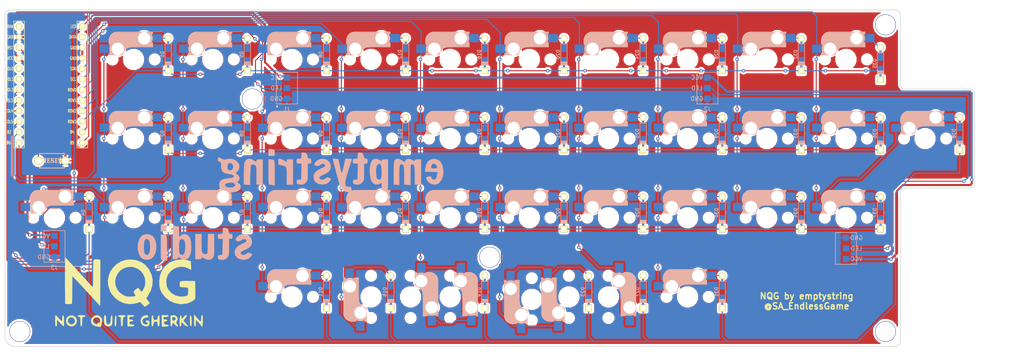
<source format=kicad_pcb>
(kicad_pcb (version 20171130) (host pcbnew "(5.0.1-3-g963ef8bb5)")
  (layers (0 F.Cu signal) (31 B.Cu signal) (34 B.Paste user) (35 F.Paste user) (36 B.SilkS user) (37 F.SilkS user) (38 B.Mask user) (39 F.Mask user) (44 Edge.Cuts user))
  (net 0 "")
  (net 1 row2)
  (net 2 row0)
  (net 3 row1)
  (net 4 row3)
  (net 5 col0)
  (net 6 col1)
  (net 7 col2)
  (net 8 col3)
  (net 9 col4)
  (net 10 col5)
  (net 11 col6)
  (net 12 col7)
  (net 13 col8)
  (net 14 col9)
  (net 15 GND)
  (net 16 reset)
  (net 17 "Net-(U1-Pad24)")
  (net 18 VCC)
  (net 19 "Net-(U1-Pad20)")
  (net 20 "Net-(U1-Pad19)")
  (net 21 "Net-(U1-Pad2)")
  (net 22 LED)
  (net 23 "Net-(D1-Pad2)")
  (net 24 "Net-(D4-Pad2)")
  (net 25 "Net-(D38-Pad2)")
  (net 26 "Net-(D37-Pad2)")
  (net 27 "Net-(D36-Pad2)")
  (net 28 "Net-(D35-Pad2)")
  (net 29 "Net-(D34-Pad2)")
  (net 30 "Net-(D33-Pad2)")
  (net 31 "Net-(D32-Pad2)")
  (net 32 "Net-(D31-Pad2)")
  (net 33 "Net-(D30-Pad2)")
  (net 34 "Net-(D29-Pad2)")
  (net 35 "Net-(D28-Pad2)")
  (net 36 "Net-(D27-Pad2)")
  (net 37 "Net-(D26-Pad2)")
  (net 38 "Net-(D25-Pad2)")
  (net 39 "Net-(D24-Pad2)")
  (net 40 "Net-(D23-Pad2)")
  (net 41 "Net-(D22-Pad2)")
  (net 42 "Net-(D21-Pad2)")
  (net 43 "Net-(D20-Pad2)")
  (net 44 "Net-(D19-Pad2)")
  (net 45 "Net-(D18-Pad2)")
  (net 46 "Net-(D17-Pad2)")
  (net 47 "Net-(D16-Pad2)")
  (net 48 "Net-(D15-Pad2)")
  (net 49 "Net-(D14-Pad2)")
  (net 50 "Net-(D13-Pad2)")
  (net 51 "Net-(D12-Pad2)")
  (net 52 "Net-(D11-Pad2)")
  (net 53 "Net-(D10-Pad2)")
  (net 54 "Net-(D9-Pad2)")
  (net 55 "Net-(D8-Pad2)")
  (net 56 "Net-(D7-Pad2)")
  (net 57 "Net-(D6-Pad2)")
  (net 58 "Net-(D2-Pad2)")
  (net 59 "Net-(D3-Pad2)")
  (net 60 "Net-(D5-Pad2)")
  (module emptystring:CherryMX_Hotswap_Back (layer F.Cu) (at 342.9 133.35)
    (fp_text reference SW37 hide)
    (fp_text value SW_PUSH hide)
    (pad 2 smd rect (at 5.7 -5.12 180) (size 2.3 2) (layers B.Cu B.Paste B.Mask) (net 28 "Net-(D35-Pad2)"))
    (pad "" np_thru_hole circle (at -5.08 0) (size 1.9 1.9) (drill 1.9) (layers *.Cu *.Mask F.SilkS))
    (pad "" np_thru_hole circle (at 5.08 0) (size 1.9 1.9) (drill 1.9) (layers *.Cu *.Mask F.SilkS))
    (pad "" np_thru_hole circle (at 0 0 90) (size 4.1 4.1) (drill 4.1) (layers *.Cu *.Mask F.SilkS))
    (pad "" np_thru_hole circle (at 2.54 -5.08 180) (size 3 3) (drill 3) (layers *.Cu *.Mask))
    (pad "" np_thru_hole circle (at -3.81 -2.54 180) (size 3 3) (drill 3) (layers *.Cu *.Mask))
    (pad 1 smd rect (at -7 -2.58 180) (size 2.3 2) (layers B.Cu B.Paste B.Mask) (net 14 col9))
  )
  (module emptystring:CherryMX_Hotswap_Back (layer F.Cu) (at 247.65 133.35)
    (fp_text reference SW16 hide)
    (fp_text value SW_PUSH hide)
    (pad 1 smd rect (at -7 -2.58 180) (size 2.3 2) (layers B.Cu B.Paste B.Mask) (net 9 col4))
    (pad "" np_thru_hole circle (at -3.81 -2.54 180) (size 3 3) (drill 3) (layers *.Cu *.Mask))
    (pad "" np_thru_hole circle (at 2.54 -5.08 180) (size 3 3) (drill 3) (layers *.Cu *.Mask))
    (pad "" np_thru_hole circle (at 0 0 90) (size 4.1 4.1) (drill 4.1) (layers *.Cu *.Mask F.SilkS))
    (pad "" np_thru_hole circle (at 5.08 0) (size 1.9 1.9) (drill 1.9) (layers *.Cu *.Mask F.SilkS))
    (pad "" np_thru_hole circle (at -5.08 0) (size 1.9 1.9) (drill 1.9) (layers *.Cu *.Mask F.SilkS))
    (pad 2 smd rect (at 5.7 -5.12 180) (size 2.3 2) (layers B.Cu B.Paste B.Mask) (net 47 "Net-(D16-Pad2)"))
  )
  (module emptystring:CherryMX_Hotswap_Back (layer F.Cu) (at 209.55 190.5)
    (fp_text reference SW11 hide)
    (fp_text value SW_PUSH hide)
    (pad 2 smd rect (at 5.7 -5.12 180) (size 2.3 2) (layers B.Cu B.Paste B.Mask) (net 52 "Net-(D11-Pad2)"))
    (pad "" np_thru_hole circle (at -5.08 0) (size 1.9 1.9) (drill 1.9) (layers *.Cu *.Mask F.SilkS))
    (pad "" np_thru_hole circle (at 5.08 0) (size 1.9 1.9) (drill 1.9) (layers *.Cu *.Mask F.SilkS))
    (pad "" np_thru_hole circle (at 0 0 90) (size 4.1 4.1) (drill 4.1) (layers *.Cu *.Mask F.SilkS))
    (pad "" np_thru_hole circle (at 2.54 -5.08 180) (size 3 3) (drill 3) (layers *.Cu *.Mask))
    (pad "" np_thru_hole circle (at -3.81 -2.54 180) (size 3 3) (drill 3) (layers *.Cu *.Mask))
    (pad 1 smd rect (at -7 -2.58 180) (size 2.3 2) (layers B.Cu B.Paste B.Mask) (net 7 col2))
  )
  (module emptystring:LEDStrip (layer B.Cu) (at 342.90144 175.02261)
    (fp_text reference J4 (at 0 -1.27) (layer B.SilkS) (effects (justify mirror)))
    (fp_text value Conn_01x03)
    (fp_text user VCC (at 2.54 6.35) (layer B.SilkS) (effects (justify mirror)))
    (fp_text user LED (at 2.54 3.81) (layer B.SilkS) (effects (justify mirror)))
    (fp_text user GND (at 2.54 1.27) (layer B.SilkS) (effects (justify mirror)))
    (pad 1 smd rect (at 0 6.35) (size 1.524 1.524) (layers B.Cu B.Paste B.Mask) (net 18 VCC))
    (pad 2 smd rect (at 0 3.81) (size 1.524 1.524) (layers B.Cu B.Paste B.Mask) (net 22 LED))
    (pad 3 smd rect (at 0 1.27) (size 1.524 1.524) (layers B.Cu B.Paste B.Mask) (net 15 GND))
  )
  (module emptystring:CherryMX_Hotswap_Back (layer F.Cu) (at 190.5 133.35)
    (fp_text reference SW5 hide)
    (fp_text value SW_PUSH hide)
    (pad 2 smd rect (at 5.7 -5.12 180) (size 2.3 2) (layers B.Cu B.Paste B.Mask) (net 60 "Net-(D5-Pad2)"))
    (pad "" np_thru_hole circle (at -5.08 0) (size 1.9 1.9) (drill 1.9) (layers *.Cu *.Mask F.SilkS))
    (pad "" np_thru_hole circle (at 5.08 0) (size 1.9 1.9) (drill 1.9) (layers *.Cu *.Mask F.SilkS))
    (pad "" np_thru_hole circle (at 0 0 90) (size 4.1 4.1) (drill 4.1) (layers *.Cu *.Mask F.SilkS))
    (pad "" np_thru_hole circle (at 2.54 -5.08 180) (size 3 3) (drill 3) (layers *.Cu *.Mask))
    (pad "" np_thru_hole circle (at -3.81 -2.54 180) (size 3 3) (drill 3) (layers *.Cu *.Mask))
    (pad 1 smd rect (at -7 -2.58 180) (size 2.3 2) (layers B.Cu B.Paste B.Mask) (net 6 col1))
  )
  (module emptystring:CherryMX_Hotswap_Back (layer F.Cu) (at 171.45 171.45)
    (fp_text reference SW3 hide)
    (fp_text value SW_PUSH hide)
    (pad 1 smd rect (at -7 -2.58 180) (size 2.3 2) (layers B.Cu B.Paste B.Mask) (net 5 col0))
    (pad "" np_thru_hole circle (at -3.81 -2.54 180) (size 3 3) (drill 3) (layers *.Cu *.Mask))
    (pad "" np_thru_hole circle (at 2.54 -5.08 180) (size 3 3) (drill 3) (layers *.Cu *.Mask))
    (pad "" np_thru_hole circle (at 0 0 90) (size 4.1 4.1) (drill 4.1) (layers *.Cu *.Mask F.SilkS))
    (pad "" np_thru_hole circle (at 5.08 0) (size 1.9 1.9) (drill 1.9) (layers *.Cu *.Mask F.SilkS))
    (pad "" np_thru_hole circle (at -5.08 0) (size 1.9 1.9) (drill 1.9) (layers *.Cu *.Mask F.SilkS))
    (pad 2 smd rect (at 5.7 -5.12 180) (size 2.3 2) (layers B.Cu B.Paste B.Mask) (net 59 "Net-(D3-Pad2)"))
  )
  (module emptystring:CherryMX_Hotswap_Back (layer F.Cu) (at 171.45 152.4)
    (fp_text reference SW2 hide)
    (fp_text value SW_PUSH hide)
    (pad 2 smd rect (at 5.7 -5.12 180) (size 2.3 2) (layers B.Cu B.Paste B.Mask) (net 58 "Net-(D2-Pad2)"))
    (pad "" np_thru_hole circle (at -5.08 0) (size 1.9 1.9) (drill 1.9) (layers *.Cu *.Mask F.SilkS))
    (pad "" np_thru_hole circle (at 5.08 0) (size 1.9 1.9) (drill 1.9) (layers *.Cu *.Mask F.SilkS))
    (pad "" np_thru_hole circle (at 0 0 90) (size 4.1 4.1) (drill 4.1) (layers *.Cu *.Mask F.SilkS))
    (pad "" np_thru_hole circle (at 2.54 -5.08 180) (size 3 3) (drill 3) (layers *.Cu *.Mask))
    (pad "" np_thru_hole circle (at -3.81 -2.54 180) (size 3 3) (drill 3) (layers *.Cu *.Mask))
    (pad 1 smd rect (at -7 -2.58 180) (size 2.3 2) (layers B.Cu B.Paste B.Mask) (net 5 col0))
  )
  (module emptystring:CherryMX_Hotswap_Back (layer F.Cu) (at 190.5 152.4)
    (fp_text reference SW6 hide)
    (fp_text value SW_PUSH hide)
    (pad 1 smd rect (at -7 -2.58 180) (size 2.3 2) (layers B.Cu B.Paste B.Mask) (net 6 col1))
    (pad "" np_thru_hole circle (at -3.81 -2.54 180) (size 3 3) (drill 3) (layers *.Cu *.Mask))
    (pad "" np_thru_hole circle (at 2.54 -5.08 180) (size 3 3) (drill 3) (layers *.Cu *.Mask))
    (pad "" np_thru_hole circle (at 0 0 90) (size 4.1 4.1) (drill 4.1) (layers *.Cu *.Mask F.SilkS))
    (pad "" np_thru_hole circle (at 5.08 0) (size 1.9 1.9) (drill 1.9) (layers *.Cu *.Mask F.SilkS))
    (pad "" np_thru_hole circle (at -5.08 0) (size 1.9 1.9) (drill 1.9) (layers *.Cu *.Mask F.SilkS))
    (pad 2 smd rect (at 5.7 -5.12 180) (size 2.3 2) (layers B.Cu B.Paste B.Mask) (net 57 "Net-(D6-Pad2)"))
  )
  (module emptystring:CherryMX_Hotswap_Back (layer F.Cu) (at 190.5 171.45)
    (fp_text reference SW7 hide)
    (fp_text value SW_PUSH hide)
    (pad 2 smd rect (at 5.7 -5.12 180) (size 2.3 2) (layers B.Cu B.Paste B.Mask) (net 56 "Net-(D7-Pad2)"))
    (pad "" np_thru_hole circle (at -5.08 0) (size 1.9 1.9) (drill 1.9) (layers *.Cu *.Mask F.SilkS))
    (pad "" np_thru_hole circle (at 5.08 0) (size 1.9 1.9) (drill 1.9) (layers *.Cu *.Mask F.SilkS))
    (pad "" np_thru_hole circle (at 0 0 90) (size 4.1 4.1) (drill 4.1) (layers *.Cu *.Mask F.SilkS))
    (pad "" np_thru_hole circle (at 2.54 -5.08 180) (size 3 3) (drill 3) (layers *.Cu *.Mask))
    (pad "" np_thru_hole circle (at -3.81 -2.54 180) (size 3 3) (drill 3) (layers *.Cu *.Mask))
    (pad 1 smd rect (at -7 -2.58 180) (size 2.3 2) (layers B.Cu B.Paste B.Mask) (net 6 col1))
  )
  (module emptystring:CherryMX_Hotswap_Back (layer F.Cu) (at 209.55 133.35)
    (fp_text reference SW8 hide)
    (fp_text value SW_PUSH hide)
    (pad 1 smd rect (at -7 -2.58 180) (size 2.3 2) (layers B.Cu B.Paste B.Mask) (net 7 col2))
    (pad "" np_thru_hole circle (at -3.81 -2.54 180) (size 3 3) (drill 3) (layers *.Cu *.Mask))
    (pad "" np_thru_hole circle (at 2.54 -5.08 180) (size 3 3) (drill 3) (layers *.Cu *.Mask))
    (pad "" np_thru_hole circle (at 0 0 90) (size 4.1 4.1) (drill 4.1) (layers *.Cu *.Mask F.SilkS))
    (pad "" np_thru_hole circle (at 5.08 0) (size 1.9 1.9) (drill 1.9) (layers *.Cu *.Mask F.SilkS))
    (pad "" np_thru_hole circle (at -5.08 0) (size 1.9 1.9) (drill 1.9) (layers *.Cu *.Mask F.SilkS))
    (pad 2 smd rect (at 5.7 -5.12 180) (size 2.3 2) (layers B.Cu B.Paste B.Mask) (net 55 "Net-(D8-Pad2)"))
  )
  (module emptystring:CherryMX_Hotswap_Back (layer F.Cu) (at 209.55 152.4)
    (fp_text reference SW9 hide)
    (fp_text value SW_PUSH hide)
    (pad 2 smd rect (at 5.7 -5.12 180) (size 2.3 2) (layers B.Cu B.Paste B.Mask) (net 54 "Net-(D9-Pad2)"))
    (pad "" np_thru_hole circle (at -5.08 0) (size 1.9 1.9) (drill 1.9) (layers *.Cu *.Mask F.SilkS))
    (pad "" np_thru_hole circle (at 5.08 0) (size 1.9 1.9) (drill 1.9) (layers *.Cu *.Mask F.SilkS))
    (pad "" np_thru_hole circle (at 0 0 90) (size 4.1 4.1) (drill 4.1) (layers *.Cu *.Mask F.SilkS))
    (pad "" np_thru_hole circle (at 2.54 -5.08 180) (size 3 3) (drill 3) (layers *.Cu *.Mask))
    (pad "" np_thru_hole circle (at -3.81 -2.54 180) (size 3 3) (drill 3) (layers *.Cu *.Mask))
    (pad 1 smd rect (at -7 -2.58 180) (size 2.3 2) (layers B.Cu B.Paste B.Mask) (net 7 col2))
  )
  (module emptystring:CherryMX_Hotswap_Back (layer F.Cu) (at 209.55 171.45)
    (fp_text reference SW10 hide)
    (fp_text value SW_PUSH hide)
    (pad 1 smd rect (at -7 -2.58 180) (size 2.3 2) (layers B.Cu B.Paste B.Mask) (net 7 col2))
    (pad "" np_thru_hole circle (at -3.81 -2.54 180) (size 3 3) (drill 3) (layers *.Cu *.Mask))
    (pad "" np_thru_hole circle (at 2.54 -5.08 180) (size 3 3) (drill 3) (layers *.Cu *.Mask))
    (pad "" np_thru_hole circle (at 0 0 90) (size 4.1 4.1) (drill 4.1) (layers *.Cu *.Mask F.SilkS))
    (pad "" np_thru_hole circle (at 5.08 0) (size 1.9 1.9) (drill 1.9) (layers *.Cu *.Mask F.SilkS))
    (pad "" np_thru_hole circle (at -5.08 0) (size 1.9 1.9) (drill 1.9) (layers *.Cu *.Mask F.SilkS))
    (pad 2 smd rect (at 5.7 -5.12 180) (size 2.3 2) (layers B.Cu B.Paste B.Mask) (net 53 "Net-(D10-Pad2)"))
  )
  (module emptystring:CherryMX_Hotswap_Back (layer F.Cu) (at 228.6 133.35)
    (fp_text reference SW12 hide)
    (fp_text value SW_PUSH hide)
    (pad 1 smd rect (at -7 -2.58 180) (size 2.3 2) (layers B.Cu B.Paste B.Mask) (net 8 col3))
    (pad "" np_thru_hole circle (at -3.81 -2.54 180) (size 3 3) (drill 3) (layers *.Cu *.Mask))
    (pad "" np_thru_hole circle (at 2.54 -5.08 180) (size 3 3) (drill 3) (layers *.Cu *.Mask))
    (pad "" np_thru_hole circle (at 0 0 90) (size 4.1 4.1) (drill 4.1) (layers *.Cu *.Mask F.SilkS))
    (pad "" np_thru_hole circle (at 5.08 0) (size 1.9 1.9) (drill 1.9) (layers *.Cu *.Mask F.SilkS))
    (pad "" np_thru_hole circle (at -5.08 0) (size 1.9 1.9) (drill 1.9) (layers *.Cu *.Mask F.SilkS))
    (pad 2 smd rect (at 5.7 -5.12 180) (size 2.3 2) (layers B.Cu B.Paste B.Mask) (net 51 "Net-(D12-Pad2)"))
  )
  (module emptystring:CherryMX_Hotswap_Back (layer F.Cu) (at 228.6 152.4)
    (fp_text reference SW13 hide)
    (fp_text value SW_PUSH hide)
    (pad 2 smd rect (at 5.7 -5.12 180) (size 2.3 2) (layers B.Cu B.Paste B.Mask) (net 50 "Net-(D13-Pad2)"))
    (pad "" np_thru_hole circle (at -5.08 0) (size 1.9 1.9) (drill 1.9) (layers *.Cu *.Mask F.SilkS))
    (pad "" np_thru_hole circle (at 5.08 0) (size 1.9 1.9) (drill 1.9) (layers *.Cu *.Mask F.SilkS))
    (pad "" np_thru_hole circle (at 0 0 90) (size 4.1 4.1) (drill 4.1) (layers *.Cu *.Mask F.SilkS))
    (pad "" np_thru_hole circle (at 2.54 -5.08 180) (size 3 3) (drill 3) (layers *.Cu *.Mask))
    (pad "" np_thru_hole circle (at -3.81 -2.54 180) (size 3 3) (drill 3) (layers *.Cu *.Mask))
    (pad 1 smd rect (at -7 -2.58 180) (size 2.3 2) (layers B.Cu B.Paste B.Mask) (net 8 col3))
  )
  (module emptystring:CherryMX_Hotswap_Back (layer F.Cu) (at 228.6 171.45)
    (fp_text reference SW14 hide)
    (fp_text value SW_PUSH hide)
    (pad 1 smd rect (at -7 -2.58 180) (size 2.3 2) (layers B.Cu B.Paste B.Mask) (net 8 col3))
    (pad "" np_thru_hole circle (at -3.81 -2.54 180) (size 3 3) (drill 3) (layers *.Cu *.Mask))
    (pad "" np_thru_hole circle (at 2.54 -5.08 180) (size 3 3) (drill 3) (layers *.Cu *.Mask))
    (pad "" np_thru_hole circle (at 0 0 90) (size 4.1 4.1) (drill 4.1) (layers *.Cu *.Mask F.SilkS))
    (pad "" np_thru_hole circle (at 5.08 0) (size 1.9 1.9) (drill 1.9) (layers *.Cu *.Mask F.SilkS))
    (pad "" np_thru_hole circle (at -5.08 0) (size 1.9 1.9) (drill 1.9) (layers *.Cu *.Mask F.SilkS))
    (pad 2 smd rect (at 5.7 -5.12 180) (size 2.3 2) (layers B.Cu B.Paste B.Mask) (net 49 "Net-(D14-Pad2)"))
  )
  (module emptystring:CherryMX_Hotswap_Back (layer F.Cu) (at 228.6 190.5 90)
    (fp_text reference SW15 hide)
    (fp_text value SW_PUSH hide)
    (pad 2 smd rect (at 5.7 -5.12 270) (size 2.3 2) (layers B.Cu B.Paste B.Mask) (net 48 "Net-(D15-Pad2)"))
    (pad "" np_thru_hole circle (at -5.08 0 90) (size 1.9 1.9) (drill 1.9) (layers *.Cu *.Mask F.SilkS))
    (pad "" np_thru_hole circle (at 5.08 0 90) (size 1.9 1.9) (drill 1.9) (layers *.Cu *.Mask F.SilkS))
    (pad "" np_thru_hole circle (at 0 0 180) (size 4.1 4.1) (drill 4.1) (layers *.Cu *.Mask F.SilkS))
    (pad "" np_thru_hole circle (at 2.54 -5.08 270) (size 3 3) (drill 3) (layers *.Cu *.Mask))
    (pad "" np_thru_hole circle (at -3.81 -2.54 270) (size 3 3) (drill 3) (layers *.Cu *.Mask))
    (pad 1 smd rect (at -7 -2.58 270) (size 2.3 2) (layers B.Cu B.Paste B.Mask) (net 8 col3))
  )
  (module emptystring:CherryMX_Hotswap_Back (layer F.Cu) (at 247.65 152.4)
    (fp_text reference SW17 hide)
    (fp_text value SW_PUSH hide)
    (pad 2 smd rect (at 5.7 -5.12 180) (size 2.3 2) (layers B.Cu B.Paste B.Mask) (net 46 "Net-(D17-Pad2)"))
    (pad "" np_thru_hole circle (at -5.08 0) (size 1.9 1.9) (drill 1.9) (layers *.Cu *.Mask F.SilkS))
    (pad "" np_thru_hole circle (at 5.08 0) (size 1.9 1.9) (drill 1.9) (layers *.Cu *.Mask F.SilkS))
    (pad "" np_thru_hole circle (at 0 0 90) (size 4.1 4.1) (drill 4.1) (layers *.Cu *.Mask F.SilkS))
    (pad "" np_thru_hole circle (at 2.54 -5.08 180) (size 3 3) (drill 3) (layers *.Cu *.Mask))
    (pad "" np_thru_hole circle (at -3.81 -2.54 180) (size 3 3) (drill 3) (layers *.Cu *.Mask))
    (pad 1 smd rect (at -7 -2.58 180) (size 2.3 2) (layers B.Cu B.Paste B.Mask) (net 9 col4))
  )
  (module emptystring:CherryMX_Hotswap_Back (layer F.Cu) (at 247.65 171.45)
    (fp_text reference SW18 hide)
    (fp_text value SW_PUSH hide)
    (pad 1 smd rect (at -7 -2.58 180) (size 2.3 2) (layers B.Cu B.Paste B.Mask) (net 9 col4))
    (pad "" np_thru_hole circle (at -3.81 -2.54 180) (size 3 3) (drill 3) (layers *.Cu *.Mask))
    (pad "" np_thru_hole circle (at 2.54 -5.08 180) (size 3 3) (drill 3) (layers *.Cu *.Mask))
    (pad "" np_thru_hole circle (at 0 0 90) (size 4.1 4.1) (drill 4.1) (layers *.Cu *.Mask F.SilkS))
    (pad "" np_thru_hole circle (at 5.08 0) (size 1.9 1.9) (drill 1.9) (layers *.Cu *.Mask F.SilkS))
    (pad "" np_thru_hole circle (at -5.08 0) (size 1.9 1.9) (drill 1.9) (layers *.Cu *.Mask F.SilkS))
    (pad 2 smd rect (at 5.7 -5.12 180) (size 2.3 2) (layers B.Cu B.Paste B.Mask) (net 45 "Net-(D18-Pad2)"))
  )
  (module emptystring:CherryMX_Hotswap_Back (layer F.Cu) (at 238.125 190.5 270)
    (fp_text reference SW19 hide)
    (fp_text value SW_PUSH hide)
    (pad 2 smd rect (at 5.7 -5.12 90) (size 2.3 2) (layers B.Cu B.Paste B.Mask) (net 44 "Net-(D19-Pad2)"))
    (pad "" np_thru_hole circle (at -5.08 0 270) (size 1.9 1.9) (drill 1.9) (layers *.Cu *.Mask F.SilkS))
    (pad "" np_thru_hole circle (at 5.08 0 270) (size 1.9 1.9) (drill 1.9) (layers *.Cu *.Mask F.SilkS))
    (pad "" np_thru_hole circle (at 0 0) (size 4.1 4.1) (drill 4.1) (layers *.Cu *.Mask F.SilkS))
    (pad "" np_thru_hole circle (at 2.54 -5.08 90) (size 3 3) (drill 3) (layers *.Cu *.Mask))
    (pad "" np_thru_hole circle (at -3.81 -2.54 90) (size 3 3) (drill 3) (layers *.Cu *.Mask))
    (pad 1 smd rect (at -7 -2.58 90) (size 2.3 2) (layers B.Cu B.Paste B.Mask) (net 9 col4))
  )
  (module emptystring:CherryMX_Hotswap_Back (layer F.Cu) (at 247.65 190.5 270)
    (fp_text reference SW20 hide)
    (fp_text value SW_PUSH hide)
    (pad 1 smd rect (at -7 -2.58 90) (size 2.3 2) (layers B.Cu B.Paste B.Mask) (net 9 col4))
    (pad "" np_thru_hole circle (at -3.81 -2.54 90) (size 3 3) (drill 3) (layers *.Cu *.Mask))
    (pad "" np_thru_hole circle (at 2.54 -5.08 90) (size 3 3) (drill 3) (layers *.Cu *.Mask))
    (pad "" np_thru_hole circle (at 0 0) (size 4.1 4.1) (drill 4.1) (layers *.Cu *.Mask F.SilkS))
    (pad "" np_thru_hole circle (at 5.08 0 270) (size 1.9 1.9) (drill 1.9) (layers *.Cu *.Mask F.SilkS))
    (pad "" np_thru_hole circle (at -5.08 0 270) (size 1.9 1.9) (drill 1.9) (layers *.Cu *.Mask F.SilkS))
    (pad 2 smd rect (at 5.7 -5.12 90) (size 2.3 2) (layers B.Cu B.Paste B.Mask) (net 44 "Net-(D19-Pad2)"))
  )
  (module emptystring:CherryMX_Hotswap_Back (layer F.Cu) (at 266.7 133.35)
    (fp_text reference SW21 hide)
    (fp_text value SW_PUSH hide)
    (pad 2 smd rect (at 5.7 -5.12 180) (size 2.3 2) (layers B.Cu B.Paste B.Mask) (net 43 "Net-(D20-Pad2)"))
    (pad "" np_thru_hole circle (at -5.08 0) (size 1.9 1.9) (drill 1.9) (layers *.Cu *.Mask F.SilkS))
    (pad "" np_thru_hole circle (at 5.08 0) (size 1.9 1.9) (drill 1.9) (layers *.Cu *.Mask F.SilkS))
    (pad "" np_thru_hole circle (at 0 0 90) (size 4.1 4.1) (drill 4.1) (layers *.Cu *.Mask F.SilkS))
    (pad "" np_thru_hole circle (at 2.54 -5.08 180) (size 3 3) (drill 3) (layers *.Cu *.Mask))
    (pad "" np_thru_hole circle (at -3.81 -2.54 180) (size 3 3) (drill 3) (layers *.Cu *.Mask))
    (pad 1 smd rect (at -7 -2.58 180) (size 2.3 2) (layers B.Cu B.Paste B.Mask) (net 10 col5))
  )
  (module emptystring:CherryMX_Hotswap_Back (layer F.Cu) (at 266.7 152.4)
    (fp_text reference SW22 hide)
    (fp_text value SW_PUSH hide)
    (pad 1 smd rect (at -7 -2.58 180) (size 2.3 2) (layers B.Cu B.Paste B.Mask) (net 10 col5))
    (pad "" np_thru_hole circle (at -3.81 -2.54 180) (size 3 3) (drill 3) (layers *.Cu *.Mask))
    (pad "" np_thru_hole circle (at 2.54 -5.08 180) (size 3 3) (drill 3) (layers *.Cu *.Mask))
    (pad "" np_thru_hole circle (at 0 0 90) (size 4.1 4.1) (drill 4.1) (layers *.Cu *.Mask F.SilkS))
    (pad "" np_thru_hole circle (at 5.08 0) (size 1.9 1.9) (drill 1.9) (layers *.Cu *.Mask F.SilkS))
    (pad "" np_thru_hole circle (at -5.08 0) (size 1.9 1.9) (drill 1.9) (layers *.Cu *.Mask F.SilkS))
    (pad 2 smd rect (at 5.7 -5.12 180) (size 2.3 2) (layers B.Cu B.Paste B.Mask) (net 42 "Net-(D21-Pad2)"))
  )
  (module emptystring:CherryMX_Hotswap_Back (layer F.Cu) (at 266.7 171.45)
    (fp_text reference SW23 hide)
    (fp_text value SW_PUSH hide)
    (pad 2 smd rect (at 5.7 -5.12 180) (size 2.3 2) (layers B.Cu B.Paste B.Mask) (net 41 "Net-(D22-Pad2)"))
    (pad "" np_thru_hole circle (at -5.08 0) (size 1.9 1.9) (drill 1.9) (layers *.Cu *.Mask F.SilkS))
    (pad "" np_thru_hole circle (at 5.08 0) (size 1.9 1.9) (drill 1.9) (layers *.Cu *.Mask F.SilkS))
    (pad "" np_thru_hole circle (at 0 0 90) (size 4.1 4.1) (drill 4.1) (layers *.Cu *.Mask F.SilkS))
    (pad "" np_thru_hole circle (at 2.54 -5.08 180) (size 3 3) (drill 3) (layers *.Cu *.Mask))
    (pad "" np_thru_hole circle (at -3.81 -2.54 180) (size 3 3) (drill 3) (layers *.Cu *.Mask))
    (pad 1 smd rect (at -7 -2.58 180) (size 2.3 2) (layers B.Cu B.Paste B.Mask) (net 10 col5))
  )
  (module emptystring:CherryMX_Hotswap_Back (layer F.Cu) (at 267.2897 191.0913 90)
    (fp_text reference SW24 hide)
    (fp_text value SW_PUSH hide)
    (pad 1 smd rect (at -7 -2.58 270) (size 2.3 2) (layers B.Cu B.Paste B.Mask) (net 10 col5))
    (pad "" np_thru_hole circle (at -3.81 -2.54 270) (size 3 3) (drill 3) (layers *.Cu *.Mask))
    (pad "" np_thru_hole circle (at 2.54 -5.08 270) (size 3 3) (drill 3) (layers *.Cu *.Mask))
    (pad "" np_thru_hole circle (at 0 0 180) (size 4.1 4.1) (drill 4.1) (layers *.Cu *.Mask F.SilkS))
    (pad "" np_thru_hole circle (at 5.08 0 90) (size 1.9 1.9) (drill 1.9) (layers *.Cu *.Mask F.SilkS))
    (pad "" np_thru_hole circle (at -5.08 0 90) (size 1.9 1.9) (drill 1.9) (layers *.Cu *.Mask F.SilkS))
    (pad 2 smd rect (at 5.7 -5.12 270) (size 2.3 2) (layers B.Cu B.Paste B.Mask) (net 40 "Net-(D23-Pad2)"))
  )
  (module emptystring:CherryMX_Hotswap_Back (layer F.Cu) (at 276.225 190.5 90)
    (fp_text reference SW25 hide)
    (fp_text value SW_PUSH hide)
    (pad 2 smd rect (at 5.7 -5.12 270) (size 2.3 2) (layers B.Cu B.Paste B.Mask) (net 40 "Net-(D23-Pad2)"))
    (pad "" np_thru_hole circle (at -5.08 0 90) (size 1.9 1.9) (drill 1.9) (layers *.Cu *.Mask F.SilkS))
    (pad "" np_thru_hole circle (at 5.08 0 90) (size 1.9 1.9) (drill 1.9) (layers *.Cu *.Mask F.SilkS))
    (pad "" np_thru_hole circle (at 0 0 180) (size 4.1 4.1) (drill 4.1) (layers *.Cu *.Mask F.SilkS))
    (pad "" np_thru_hole circle (at 2.54 -5.08 270) (size 3 3) (drill 3) (layers *.Cu *.Mask))
    (pad "" np_thru_hole circle (at -3.81 -2.54 270) (size 3 3) (drill 3) (layers *.Cu *.Mask))
    (pad 1 smd rect (at -7 -2.58 270) (size 2.3 2) (layers B.Cu B.Paste B.Mask) (net 10 col5))
  )
  (module emptystring:CherryMX_Hotswap_Back (layer F.Cu) (at 285.75 133.35)
    (fp_text reference SW26 hide)
    (fp_text value SW_PUSH hide)
    (pad 1 smd rect (at -7 -2.58 180) (size 2.3 2) (layers B.Cu B.Paste B.Mask) (net 11 col6))
    (pad "" np_thru_hole circle (at -3.81 -2.54 180) (size 3 3) (drill 3) (layers *.Cu *.Mask))
    (pad "" np_thru_hole circle (at 2.54 -5.08 180) (size 3 3) (drill 3) (layers *.Cu *.Mask))
    (pad "" np_thru_hole circle (at 0 0 90) (size 4.1 4.1) (drill 4.1) (layers *.Cu *.Mask F.SilkS))
    (pad "" np_thru_hole circle (at 5.08 0) (size 1.9 1.9) (drill 1.9) (layers *.Cu *.Mask F.SilkS))
    (pad "" np_thru_hole circle (at -5.08 0) (size 1.9 1.9) (drill 1.9) (layers *.Cu *.Mask F.SilkS))
    (pad 2 smd rect (at 5.7 -5.12 180) (size 2.3 2) (layers B.Cu B.Paste B.Mask) (net 39 "Net-(D24-Pad2)"))
  )
  (module emptystring:CherryMX_Hotswap_Back (layer F.Cu) (at 285.75 152.4)
    (fp_text reference SW27 hide)
    (fp_text value SW_PUSH hide)
    (pad 2 smd rect (at 5.7 -5.12 180) (size 2.3 2) (layers B.Cu B.Paste B.Mask) (net 38 "Net-(D25-Pad2)"))
    (pad "" np_thru_hole circle (at -5.08 0) (size 1.9 1.9) (drill 1.9) (layers *.Cu *.Mask F.SilkS))
    (pad "" np_thru_hole circle (at 5.08 0) (size 1.9 1.9) (drill 1.9) (layers *.Cu *.Mask F.SilkS))
    (pad "" np_thru_hole circle (at 0 0 90) (size 4.1 4.1) (drill 4.1) (layers *.Cu *.Mask F.SilkS))
    (pad "" np_thru_hole circle (at 2.54 -5.08 180) (size 3 3) (drill 3) (layers *.Cu *.Mask))
    (pad "" np_thru_hole circle (at -3.81 -2.54 180) (size 3 3) (drill 3) (layers *.Cu *.Mask))
    (pad 1 smd rect (at -7 -2.58 180) (size 2.3 2) (layers B.Cu B.Paste B.Mask) (net 11 col6))
  )
  (module emptystring:CherryMX_Hotswap_Back (layer F.Cu) (at 285.75 171.45)
    (fp_text reference SW28 hide)
    (fp_text value SW_PUSH hide)
    (pad 1 smd rect (at -7 -2.58 180) (size 2.3 2) (layers B.Cu B.Paste B.Mask) (net 11 col6))
    (pad "" np_thru_hole circle (at -3.81 -2.54 180) (size 3 3) (drill 3) (layers *.Cu *.Mask))
    (pad "" np_thru_hole circle (at 2.54 -5.08 180) (size 3 3) (drill 3) (layers *.Cu *.Mask))
    (pad "" np_thru_hole circle (at 0 0 90) (size 4.1 4.1) (drill 4.1) (layers *.Cu *.Mask F.SilkS))
    (pad "" np_thru_hole circle (at 5.08 0) (size 1.9 1.9) (drill 1.9) (layers *.Cu *.Mask F.SilkS))
    (pad "" np_thru_hole circle (at -5.08 0) (size 1.9 1.9) (drill 1.9) (layers *.Cu *.Mask F.SilkS))
    (pad 2 smd rect (at 5.7 -5.12 180) (size 2.3 2) (layers B.Cu B.Paste B.Mask) (net 37 "Net-(D26-Pad2)"))
  )
  (module emptystring:CherryMX_Hotswap_Back (layer F.Cu) (at 285.75 190.5 270)
    (fp_text reference SW29 hide)
    (fp_text value SW_PUSH hide)
    (pad 2 smd rect (at 5.7 -5.12 90) (size 2.3 2) (layers B.Cu B.Paste B.Mask) (net 36 "Net-(D27-Pad2)"))
    (pad "" np_thru_hole circle (at -5.08 0 270) (size 1.9 1.9) (drill 1.9) (layers *.Cu *.Mask F.SilkS))
    (pad "" np_thru_hole circle (at 5.08 0 270) (size 1.9 1.9) (drill 1.9) (layers *.Cu *.Mask F.SilkS))
    (pad "" np_thru_hole circle (at 0 0) (size 4.1 4.1) (drill 4.1) (layers *.Cu *.Mask F.SilkS))
    (pad "" np_thru_hole circle (at 2.54 -5.08 90) (size 3 3) (drill 3) (layers *.Cu *.Mask))
    (pad "" np_thru_hole circle (at -3.81 -2.54 90) (size 3 3) (drill 3) (layers *.Cu *.Mask))
    (pad 1 smd rect (at -7 -2.58 90) (size 2.3 2) (layers B.Cu B.Paste B.Mask) (net 11 col6))
  )
  (module emptystring:CherryMX_Hotswap_Back (layer F.Cu) (at 304.8 133.35)
    (fp_text reference SW30 hide)
    (fp_text value SW_PUSH hide)
    (pad 1 smd rect (at -7 -2.58 180) (size 2.3 2) (layers B.Cu B.Paste B.Mask) (net 12 col7))
    (pad "" np_thru_hole circle (at -3.81 -2.54 180) (size 3 3) (drill 3) (layers *.Cu *.Mask))
    (pad "" np_thru_hole circle (at 2.54 -5.08 180) (size 3 3) (drill 3) (layers *.Cu *.Mask))
    (pad "" np_thru_hole circle (at 0 0 90) (size 4.1 4.1) (drill 4.1) (layers *.Cu *.Mask F.SilkS))
    (pad "" np_thru_hole circle (at 5.08 0) (size 1.9 1.9) (drill 1.9) (layers *.Cu *.Mask F.SilkS))
    (pad "" np_thru_hole circle (at -5.08 0) (size 1.9 1.9) (drill 1.9) (layers *.Cu *.Mask F.SilkS))
    (pad 2 smd rect (at 5.7 -5.12 180) (size 2.3 2) (layers B.Cu B.Paste B.Mask) (net 35 "Net-(D28-Pad2)"))
  )
  (module emptystring:CherryMX_Hotswap_Back (layer F.Cu) (at 304.8 152.4)
    (fp_text reference SW31 hide)
    (fp_text value SW_PUSH hide)
    (pad 2 smd rect (at 5.7 -5.12 180) (size 2.3 2) (layers B.Cu B.Paste B.Mask) (net 34 "Net-(D29-Pad2)"))
    (pad "" np_thru_hole circle (at -5.08 0) (size 1.9 1.9) (drill 1.9) (layers *.Cu *.Mask F.SilkS))
    (pad "" np_thru_hole circle (at 5.08 0) (size 1.9 1.9) (drill 1.9) (layers *.Cu *.Mask F.SilkS))
    (pad "" np_thru_hole circle (at 0 0 90) (size 4.1 4.1) (drill 4.1) (layers *.Cu *.Mask F.SilkS))
    (pad "" np_thru_hole circle (at 2.54 -5.08 180) (size 3 3) (drill 3) (layers *.Cu *.Mask))
    (pad "" np_thru_hole circle (at -3.81 -2.54 180) (size 3 3) (drill 3) (layers *.Cu *.Mask))
    (pad 1 smd rect (at -7 -2.58 180) (size 2.3 2) (layers B.Cu B.Paste B.Mask) (net 12 col7))
  )
  (module emptystring:CherryMX_Hotswap_Back (layer F.Cu) (at 304.8 171.45)
    (fp_text reference SW32 hide)
    (fp_text value SW_PUSH hide)
    (pad 1 smd rect (at -7 -2.58 180) (size 2.3 2) (layers B.Cu B.Paste B.Mask) (net 12 col7))
    (pad "" np_thru_hole circle (at -3.81 -2.54 180) (size 3 3) (drill 3) (layers *.Cu *.Mask))
    (pad "" np_thru_hole circle (at 2.54 -5.08 180) (size 3 3) (drill 3) (layers *.Cu *.Mask))
    (pad "" np_thru_hole circle (at 0 0 90) (size 4.1 4.1) (drill 4.1) (layers *.Cu *.Mask F.SilkS))
    (pad "" np_thru_hole circle (at 5.08 0) (size 1.9 1.9) (drill 1.9) (layers *.Cu *.Mask F.SilkS))
    (pad "" np_thru_hole circle (at -5.08 0) (size 1.9 1.9) (drill 1.9) (layers *.Cu *.Mask F.SilkS))
    (pad 2 smd rect (at 5.7 -5.12 180) (size 2.3 2) (layers B.Cu B.Paste B.Mask) (net 33 "Net-(D30-Pad2)"))
  )
  (module emptystring:CherryMX_Hotswap_Back (layer F.Cu) (at 304.8 190.5)
    (fp_text reference SW33 hide)
    (fp_text value SW_PUSH hide)
    (pad 2 smd rect (at 5.7 -5.12 180) (size 2.3 2) (layers B.Cu B.Paste B.Mask) (net 32 "Net-(D31-Pad2)"))
    (pad "" np_thru_hole circle (at -5.08 0) (size 1.9 1.9) (drill 1.9) (layers *.Cu *.Mask F.SilkS))
    (pad "" np_thru_hole circle (at 5.08 0) (size 1.9 1.9) (drill 1.9) (layers *.Cu *.Mask F.SilkS))
    (pad "" np_thru_hole circle (at 0 0 90) (size 4.1 4.1) (drill 4.1) (layers *.Cu *.Mask F.SilkS))
    (pad "" np_thru_hole circle (at 2.54 -5.08 180) (size 3 3) (drill 3) (layers *.Cu *.Mask))
    (pad "" np_thru_hole circle (at -3.81 -2.54 180) (size 3 3) (drill 3) (layers *.Cu *.Mask))
    (pad 1 smd rect (at -7 -2.58 180) (size 2.3 2) (layers B.Cu B.Paste B.Mask) (net 12 col7))
  )
  (module emptystring:CherryMX_Hotswap_Back (layer F.Cu) (at 323.85 133.35)
    (fp_text reference SW34 hide)
    (fp_text value SW_PUSH hide)
    (pad 1 smd rect (at -7 -2.58 180) (size 2.3 2) (layers B.Cu B.Paste B.Mask) (net 13 col8))
    (pad "" np_thru_hole circle (at -3.81 -2.54 180) (size 3 3) (drill 3) (layers *.Cu *.Mask))
    (pad "" np_thru_hole circle (at 2.54 -5.08 180) (size 3 3) (drill 3) (layers *.Cu *.Mask))
    (pad "" np_thru_hole circle (at 0 0 90) (size 4.1 4.1) (drill 4.1) (layers *.Cu *.Mask F.SilkS))
    (pad "" np_thru_hole circle (at 5.08 0) (size 1.9 1.9) (drill 1.9) (layers *.Cu *.Mask F.SilkS))
    (pad "" np_thru_hole circle (at -5.08 0) (size 1.9 1.9) (drill 1.9) (layers *.Cu *.Mask F.SilkS))
    (pad 2 smd rect (at 5.7 -5.12 180) (size 2.3 2) (layers B.Cu B.Paste B.Mask) (net 31 "Net-(D32-Pad2)"))
  )
  (module emptystring:CherryMX_Hotswap_Back (layer F.Cu) (at 323.85 152.4)
    (fp_text reference SW35 hide)
    (fp_text value SW_PUSH hide)
    (pad 2 smd rect (at 5.7 -5.12 180) (size 2.3 2) (layers B.Cu B.Paste B.Mask) (net 30 "Net-(D33-Pad2)"))
    (pad "" np_thru_hole circle (at -5.08 0) (size 1.9 1.9) (drill 1.9) (layers *.Cu *.Mask F.SilkS))
    (pad "" np_thru_hole circle (at 5.08 0) (size 1.9 1.9) (drill 1.9) (layers *.Cu *.Mask F.SilkS))
    (pad "" np_thru_hole circle (at 0 0 90) (size 4.1 4.1) (drill 4.1) (layers *.Cu *.Mask F.SilkS))
    (pad "" np_thru_hole circle (at 2.54 -5.08 180) (size 3 3) (drill 3) (layers *.Cu *.Mask))
    (pad "" np_thru_hole circle (at -3.81 -2.54 180) (size 3 3) (drill 3) (layers *.Cu *.Mask))
    (pad 1 smd rect (at -7 -2.58 180) (size 2.3 2) (layers B.Cu B.Paste B.Mask) (net 13 col8))
  )
  (module emptystring:CherryMX_Hotswap_Back (layer F.Cu) (at 323.85 171.45)
    (fp_text reference SW36 hide)
    (fp_text value SW_PUSH hide)
    (pad 1 smd rect (at -7 -2.58 180) (size 2.3 2) (layers B.Cu B.Paste B.Mask) (net 13 col8))
    (pad "" np_thru_hole circle (at -3.81 -2.54 180) (size 3 3) (drill 3) (layers *.Cu *.Mask))
    (pad "" np_thru_hole circle (at 2.54 -5.08 180) (size 3 3) (drill 3) (layers *.Cu *.Mask))
    (pad "" np_thru_hole circle (at 0 0 90) (size 4.1 4.1) (drill 4.1) (layers *.Cu *.Mask F.SilkS))
    (pad "" np_thru_hole circle (at 5.08 0) (size 1.9 1.9) (drill 1.9) (layers *.Cu *.Mask F.SilkS))
    (pad "" np_thru_hole circle (at -5.08 0) (size 1.9 1.9) (drill 1.9) (layers *.Cu *.Mask F.SilkS))
    (pad 2 smd rect (at 5.7 -5.12 180) (size 2.3 2) (layers B.Cu B.Paste B.Mask) (net 29 "Net-(D34-Pad2)"))
  )
  (module emptystring:CherryMX_Hotswap_Back (layer F.Cu) (at 342.9 152.4)
    (fp_text reference SW38 hide)
    (fp_text value SW_PUSH hide)
    (pad 1 smd rect (at -7 -2.58 180) (size 2.3 2) (layers B.Cu B.Paste B.Mask) (net 14 col9))
    (pad "" np_thru_hole circle (at -3.81 -2.54 180) (size 3 3) (drill 3) (layers *.Cu *.Mask))
    (pad "" np_thru_hole circle (at 2.54 -5.08 180) (size 3 3) (drill 3) (layers *.Cu *.Mask))
    (pad "" np_thru_hole circle (at 0 0 90) (size 4.1 4.1) (drill 4.1) (layers *.Cu *.Mask F.SilkS))
    (pad "" np_thru_hole circle (at 5.08 0) (size 1.9 1.9) (drill 1.9) (layers *.Cu *.Mask F.SilkS))
    (pad "" np_thru_hole circle (at -5.08 0) (size 1.9 1.9) (drill 1.9) (layers *.Cu *.Mask F.SilkS))
    (pad 2 smd rect (at 5.7 -5.12 180) (size 2.3 2) (layers B.Cu B.Paste B.Mask) (net 27 "Net-(D36-Pad2)"))
  )
  (module emptystring:CherryMX_Hotswap_Back (layer F.Cu) (at 342.9 171.45)
    (fp_text reference SW39 hide)
    (fp_text value SW_PUSH hide)
    (pad 2 smd rect (at 5.7 -5.12 180) (size 2.3 2) (layers B.Cu B.Paste B.Mask) (net 26 "Net-(D37-Pad2)"))
    (pad "" np_thru_hole circle (at -5.08 0) (size 1.9 1.9) (drill 1.9) (layers *.Cu *.Mask F.SilkS))
    (pad "" np_thru_hole circle (at 5.08 0) (size 1.9 1.9) (drill 1.9) (layers *.Cu *.Mask F.SilkS))
    (pad "" np_thru_hole circle (at 0 0 90) (size 4.1 4.1) (drill 4.1) (layers *.Cu *.Mask F.SilkS))
    (pad "" np_thru_hole circle (at 2.54 -5.08 180) (size 3 3) (drill 3) (layers *.Cu *.Mask))
    (pad "" np_thru_hole circle (at -3.81 -2.54 180) (size 3 3) (drill 3) (layers *.Cu *.Mask))
    (pad 1 smd rect (at -7 -2.58 180) (size 2.3 2) (layers B.Cu B.Paste B.Mask) (net 14 col9))
  )
  (module emptystring:CherryMX_Hotswap_Back (layer F.Cu) (at 361.95 152.4)
    (fp_text reference SW40 hide)
    (fp_text value SW_PUSH hide)
    (pad 1 smd rect (at -7 -2.58 180) (size 2.3 2) (layers B.Cu B.Paste B.Mask) (net 14 col9))
    (pad "" np_thru_hole circle (at -3.81 -2.54 180) (size 3 3) (drill 3) (layers *.Cu *.Mask))
    (pad "" np_thru_hole circle (at 2.54 -5.08 180) (size 3 3) (drill 3) (layers *.Cu *.Mask))
    (pad "" np_thru_hole circle (at 0 0 90) (size 4.1 4.1) (drill 4.1) (layers *.Cu *.Mask F.SilkS))
    (pad "" np_thru_hole circle (at 5.08 0) (size 1.9 1.9) (drill 1.9) (layers *.Cu *.Mask F.SilkS))
    (pad "" np_thru_hole circle (at -5.08 0) (size 1.9 1.9) (drill 1.9) (layers *.Cu *.Mask F.SilkS))
    (pad 2 smd rect (at 5.7 -5.12 180) (size 2.3 2) (layers B.Cu B.Paste B.Mask) (net 25 "Net-(D38-Pad2)"))
  )
  (module emptystring:CherryMX_Hotswap_Back (layer F.Cu) (at 152.4 171.45)
    (fp_text reference SW4 hide)
    (fp_text value SW_PUSH hide)
    (pad 2 smd rect (at 5.7 -5.12 180) (size 2.3 2) (layers B.Cu B.Paste B.Mask) (net 24 "Net-(D4-Pad2)"))
    (pad "" np_thru_hole circle (at -5.08 0) (size 1.9 1.9) (drill 1.9) (layers *.Cu *.Mask F.SilkS))
    (pad "" np_thru_hole circle (at 5.08 0) (size 1.9 1.9) (drill 1.9) (layers *.Cu *.Mask F.SilkS))
    (pad "" np_thru_hole circle (at 0 0 90) (size 4.1 4.1) (drill 4.1) (layers *.Cu *.Mask F.SilkS))
    (pad "" np_thru_hole circle (at 2.54 -5.08 180) (size 3 3) (drill 3) (layers *.Cu *.Mask))
    (pad "" np_thru_hole circle (at -3.81 -2.54 180) (size 3 3) (drill 3) (layers *.Cu *.Mask))
    (pad 1 smd rect (at -7 -2.58 180) (size 2.3 2) (layers B.Cu B.Paste B.Mask) (net 5 col0))
  )
  (module emptystring:CherryMX_Hotswap_Back (layer F.Cu) (at 171.45 133.35)
    (fp_text reference SW1 hide)
    (fp_text value SW_PUSH hide)
    (pad 1 smd rect (at -7 -2.58 180) (size 2.3 2) (layers B.Cu B.Paste B.Mask) (net 5 col0))
    (pad "" np_thru_hole circle (at -3.81 -2.54 180) (size 3 3) (drill 3) (layers *.Cu *.Mask))
    (pad "" np_thru_hole circle (at 2.54 -5.08 180) (size 3 3) (drill 3) (layers *.Cu *.Mask))
    (pad "" np_thru_hole circle (at 0 0 90) (size 4.1 4.1) (drill 4.1) (layers *.Cu *.Mask F.SilkS))
    (pad "" np_thru_hole circle (at 5.08 0) (size 1.9 1.9) (drill 1.9) (layers *.Cu *.Mask F.SilkS))
    (pad "" np_thru_hole circle (at -5.08 0) (size 1.9 1.9) (drill 1.9) (layers *.Cu *.Mask F.SilkS))
    (pad 2 smd rect (at 5.7 -5.12 180) (size 2.3 2) (layers B.Cu B.Paste B.Mask) (net 23 "Net-(D1-Pad2)"))
  )
  (module Keebio-Parts:Diode-Hybrid-Back (layer F.Cu) (at 179.78513 132.15993 270)
    (fp_text reference D1 (at -0.0254 1.4 270) (layer B.SilkS) (effects (font (size 0.8 0.8)) (justify mirror)))
    (fp_text value D hide)
    (pad 1 thru_hole rect (at 3.9 0 270) (size 1.6 1.6) (drill 1) (layers *.Cu *.Mask F.SilkS) (net 2 row0))
    (pad 2 thru_hole circle (at -3.9 0 270) (size 1.6 1.6) (drill 1) (layers *.Cu *.Mask F.SilkS) (net 23 "Net-(D1-Pad2)"))
    (pad 1 smd rect (at 2.5 0 270) (size 2.9 0.5) (layers B.Cu) (net 2 row0))
    (pad 1 smd rect (at 1.4 0 270) (size 1.6 1.2) (layers B.Cu B.Paste B.Mask) (net 2 row0))
    (pad 2 smd rect (at -1.4 0 270) (size 1.6 1.2) (layers B.Cu B.Paste B.Mask) (net 23 "Net-(D1-Pad2)"))
    (pad 2 smd rect (at -2.5 0 270) (size 2.9 0.5) (layers B.Cu) (net 23 "Net-(D1-Pad2)"))
  )
  (module Keebio-Parts:Diode-Hybrid-Back (layer F.Cu) (at 179.78513 151.21001 270)
    (fp_text reference D2 (at -0.0254 1.4 270) (layer B.SilkS) (effects (font (size 0.8 0.8)) (justify mirror)))
    (fp_text value D hide)
    (pad 2 smd rect (at -2.5 0 270) (size 2.9 0.5) (layers B.Cu) (net 58 "Net-(D2-Pad2)"))
    (pad 2 smd rect (at -1.4 0 270) (size 1.6 1.2) (layers B.Cu B.Paste B.Mask) (net 58 "Net-(D2-Pad2)"))
    (pad 1 smd rect (at 1.4 0 270) (size 1.6 1.2) (layers B.Cu B.Paste B.Mask) (net 3 row1))
    (pad 1 smd rect (at 2.5 0 270) (size 2.9 0.5) (layers B.Cu) (net 3 row1))
    (pad 2 thru_hole circle (at -3.9 0 270) (size 1.6 1.6) (drill 1) (layers *.Cu *.Mask F.SilkS) (net 58 "Net-(D2-Pad2)"))
    (pad 1 thru_hole rect (at 3.9 0 270) (size 1.6 1.6) (drill 1) (layers *.Cu *.Mask F.SilkS) (net 3 row1))
  )
  (module Keebio-Parts:Diode-Hybrid-Back (layer F.Cu) (at 198.83521 132.15993 270)
    (fp_text reference D5 (at -0.0254 1.4 270) (layer B.SilkS) (effects (font (size 0.8 0.8)) (justify mirror)))
    (fp_text value D hide)
    (pad 1 thru_hole rect (at 3.9 0 270) (size 1.6 1.6) (drill 1) (layers *.Cu *.Mask F.SilkS) (net 2 row0))
    (pad 2 thru_hole circle (at -3.9 0 270) (size 1.6 1.6) (drill 1) (layers *.Cu *.Mask F.SilkS) (net 60 "Net-(D5-Pad2)"))
    (pad 1 smd rect (at 2.5 0 270) (size 2.9 0.5) (layers B.Cu) (net 2 row0))
    (pad 1 smd rect (at 1.4 0 270) (size 1.6 1.2) (layers B.Cu B.Paste B.Mask) (net 2 row0))
    (pad 2 smd rect (at -1.4 0 270) (size 1.6 1.2) (layers B.Cu B.Paste B.Mask) (net 60 "Net-(D5-Pad2)"))
    (pad 2 smd rect (at -2.5 0 270) (size 2.9 0.5) (layers B.Cu) (net 60 "Net-(D5-Pad2)"))
  )
  (module Keebio-Parts:Diode-Hybrid-Back (layer F.Cu) (at 198.83521 151.21001 270)
    (fp_text reference D6 (at -0.0254 1.4 270) (layer B.SilkS) (effects (font (size 0.8 0.8)) (justify mirror)))
    (fp_text value D hide)
    (pad 2 smd rect (at -2.5 0 270) (size 2.9 0.5) (layers B.Cu) (net 57 "Net-(D6-Pad2)"))
    (pad 2 smd rect (at -1.4 0 270) (size 1.6 1.2) (layers B.Cu B.Paste B.Mask) (net 57 "Net-(D6-Pad2)"))
    (pad 1 smd rect (at 1.4 0 270) (size 1.6 1.2) (layers B.Cu B.Paste B.Mask) (net 3 row1))
    (pad 1 smd rect (at 2.5 0 270) (size 2.9 0.5) (layers B.Cu) (net 3 row1))
    (pad 2 thru_hole circle (at -3.9 0 270) (size 1.6 1.6) (drill 1) (layers *.Cu *.Mask F.SilkS) (net 57 "Net-(D6-Pad2)"))
    (pad 1 thru_hole rect (at 3.9 0 270) (size 1.6 1.6) (drill 1) (layers *.Cu *.Mask F.SilkS) (net 3 row1))
  )
  (module Keebio-Parts:Diode-Hybrid-Back (layer F.Cu) (at 198.83521 170.26009 270)
    (fp_text reference D7 (at -0.0254 1.4 270) (layer B.SilkS) (effects (font (size 0.8 0.8)) (justify mirror)))
    (fp_text value D hide)
    (pad 1 thru_hole rect (at 3.9 0 270) (size 1.6 1.6) (drill 1) (layers *.Cu *.Mask F.SilkS) (net 1 row2))
    (pad 2 thru_hole circle (at -3.9 0 270) (size 1.6 1.6) (drill 1) (layers *.Cu *.Mask F.SilkS) (net 56 "Net-(D7-Pad2)"))
    (pad 1 smd rect (at 2.5 0 270) (size 2.9 0.5) (layers B.Cu) (net 1 row2))
    (pad 1 smd rect (at 1.4 0 270) (size 1.6 1.2) (layers B.Cu B.Paste B.Mask) (net 1 row2))
    (pad 2 smd rect (at -1.4 0 270) (size 1.6 1.2) (layers B.Cu B.Paste B.Mask) (net 56 "Net-(D7-Pad2)"))
    (pad 2 smd rect (at -2.5 0 270) (size 2.9 0.5) (layers B.Cu) (net 56 "Net-(D7-Pad2)"))
  )
  (module Keebio-Parts:Diode-Hybrid-Back (layer F.Cu) (at 217.88529 132.15993 270)
    (fp_text reference D8 (at -0.0254 1.4 270) (layer B.SilkS) (effects (font (size 0.8 0.8)) (justify mirror)))
    (fp_text value D hide)
    (pad 2 smd rect (at -2.5 0 270) (size 2.9 0.5) (layers B.Cu) (net 55 "Net-(D8-Pad2)"))
    (pad 2 smd rect (at -1.4 0 270) (size 1.6 1.2) (layers B.Cu B.Paste B.Mask) (net 55 "Net-(D8-Pad2)"))
    (pad 1 smd rect (at 1.4 0 270) (size 1.6 1.2) (layers B.Cu B.Paste B.Mask) (net 2 row0))
    (pad 1 smd rect (at 2.5 0 270) (size 2.9 0.5) (layers B.Cu) (net 2 row0))
    (pad 2 thru_hole circle (at -3.9 0 270) (size 1.6 1.6) (drill 1) (layers *.Cu *.Mask F.SilkS) (net 55 "Net-(D8-Pad2)"))
    (pad 1 thru_hole rect (at 3.9 0 270) (size 1.6 1.6) (drill 1) (layers *.Cu *.Mask F.SilkS) (net 2 row0))
  )
  (module Keebio-Parts:Diode-Hybrid-Back (layer F.Cu) (at 217.88529 151.21001 270)
    (fp_text reference D9 (at -0.0254 1.4 270) (layer B.SilkS) (effects (font (size 0.8 0.8)) (justify mirror)))
    (fp_text value D hide)
    (pad 1 thru_hole rect (at 3.9 0 270) (size 1.6 1.6) (drill 1) (layers *.Cu *.Mask F.SilkS) (net 3 row1))
    (pad 2 thru_hole circle (at -3.9 0 270) (size 1.6 1.6) (drill 1) (layers *.Cu *.Mask F.SilkS) (net 54 "Net-(D9-Pad2)"))
    (pad 1 smd rect (at 2.5 0 270) (size 2.9 0.5) (layers B.Cu) (net 3 row1))
    (pad 1 smd rect (at 1.4 0 270) (size 1.6 1.2) (layers B.Cu B.Paste B.Mask) (net 3 row1))
    (pad 2 smd rect (at -1.4 0 270) (size 1.6 1.2) (layers B.Cu B.Paste B.Mask) (net 54 "Net-(D9-Pad2)"))
    (pad 2 smd rect (at -2.5 0 270) (size 2.9 0.5) (layers B.Cu) (net 54 "Net-(D9-Pad2)"))
  )
  (module Keebio-Parts:Diode-Hybrid-Back (layer F.Cu) (at 217.88529 170.26009 270)
    (fp_text reference D10 (at -0.0254 1.4 270) (layer B.SilkS) (effects (font (size 0.8 0.8)) (justify mirror)))
    (fp_text value D hide)
    (pad 2 smd rect (at -2.5 0 270) (size 2.9 0.5) (layers B.Cu) (net 53 "Net-(D10-Pad2)"))
    (pad 2 smd rect (at -1.4 0 270) (size 1.6 1.2) (layers B.Cu B.Paste B.Mask) (net 53 "Net-(D10-Pad2)"))
    (pad 1 smd rect (at 1.4 0 270) (size 1.6 1.2) (layers B.Cu B.Paste B.Mask) (net 1 row2))
    (pad 1 smd rect (at 2.5 0 270) (size 2.9 0.5) (layers B.Cu) (net 1 row2))
    (pad 2 thru_hole circle (at -3.9 0 270) (size 1.6 1.6) (drill 1) (layers *.Cu *.Mask F.SilkS) (net 53 "Net-(D10-Pad2)"))
    (pad 1 thru_hole rect (at 3.9 0 270) (size 1.6 1.6) (drill 1) (layers *.Cu *.Mask F.SilkS) (net 1 row2))
  )
  (module Keebio-Parts:Diode-Hybrid-Back (layer F.Cu) (at 217.88529 189.31017 270)
    (fp_text reference D11 (at -0.0254 1.4 270) (layer B.SilkS) (effects (font (size 0.8 0.8)) (justify mirror)))
    (fp_text value D hide)
    (pad 1 thru_hole rect (at 3.9 0 270) (size 1.6 1.6) (drill 1) (layers *.Cu *.Mask F.SilkS) (net 4 row3))
    (pad 2 thru_hole circle (at -3.9 0 270) (size 1.6 1.6) (drill 1) (layers *.Cu *.Mask F.SilkS) (net 52 "Net-(D11-Pad2)"))
    (pad 1 smd rect (at 2.5 0 270) (size 2.9 0.5) (layers B.Cu) (net 4 row3))
    (pad 1 smd rect (at 1.4 0 270) (size 1.6 1.2) (layers B.Cu B.Paste B.Mask) (net 4 row3))
    (pad 2 smd rect (at -1.4 0 270) (size 1.6 1.2) (layers B.Cu B.Paste B.Mask) (net 52 "Net-(D11-Pad2)"))
    (pad 2 smd rect (at -2.5 0 270) (size 2.9 0.5) (layers B.Cu) (net 52 "Net-(D11-Pad2)"))
  )
  (module Keebio-Parts:Diode-Hybrid-Back (layer F.Cu) (at 236.93537 132.15993 270)
    (fp_text reference D12 (at -0.0254 1.4 270) (layer B.SilkS) (effects (font (size 0.8 0.8)) (justify mirror)))
    (fp_text value D hide)
    (pad 2 smd rect (at -2.5 0 270) (size 2.9 0.5) (layers B.Cu) (net 51 "Net-(D12-Pad2)"))
    (pad 2 smd rect (at -1.4 0 270) (size 1.6 1.2) (layers B.Cu B.Paste B.Mask) (net 51 "Net-(D12-Pad2)"))
    (pad 1 smd rect (at 1.4 0 270) (size 1.6 1.2) (layers B.Cu B.Paste B.Mask) (net 2 row0))
    (pad 1 smd rect (at 2.5 0 270) (size 2.9 0.5) (layers B.Cu) (net 2 row0))
    (pad 2 thru_hole circle (at -3.9 0 270) (size 1.6 1.6) (drill 1) (layers *.Cu *.Mask F.SilkS) (net 51 "Net-(D12-Pad2)"))
    (pad 1 thru_hole rect (at 3.9 0 270) (size 1.6 1.6) (drill 1) (layers *.Cu *.Mask F.SilkS) (net 2 row0))
  )
  (module Keebio-Parts:Diode-Hybrid-Back (layer F.Cu) (at 236.93537 151.21001 270)
    (fp_text reference D13 (at -0.0254 1.4 270) (layer B.SilkS) (effects (font (size 0.8 0.8)) (justify mirror)))
    (fp_text value D hide)
    (pad 1 thru_hole rect (at 3.9 0 270) (size 1.6 1.6) (drill 1) (layers *.Cu *.Mask F.SilkS) (net 3 row1))
    (pad 2 thru_hole circle (at -3.9 0 270) (size 1.6 1.6) (drill 1) (layers *.Cu *.Mask F.SilkS) (net 50 "Net-(D13-Pad2)"))
    (pad 1 smd rect (at 2.5 0 270) (size 2.9 0.5) (layers B.Cu) (net 3 row1))
    (pad 1 smd rect (at 1.4 0 270) (size 1.6 1.2) (layers B.Cu B.Paste B.Mask) (net 3 row1))
    (pad 2 smd rect (at -1.4 0 270) (size 1.6 1.2) (layers B.Cu B.Paste B.Mask) (net 50 "Net-(D13-Pad2)"))
    (pad 2 smd rect (at -2.5 0 270) (size 2.9 0.5) (layers B.Cu) (net 50 "Net-(D13-Pad2)"))
  )
  (module Keebio-Parts:Diode-Hybrid-Back (layer F.Cu) (at 236.93537 170.26009 270)
    (fp_text reference D14 (at -0.0254 1.4 270) (layer B.SilkS) (effects (font (size 0.8 0.8)) (justify mirror)))
    (fp_text value D hide)
    (pad 2 smd rect (at -2.5 0 270) (size 2.9 0.5) (layers B.Cu) (net 49 "Net-(D14-Pad2)"))
    (pad 2 smd rect (at -1.4 0 270) (size 1.6 1.2) (layers B.Cu B.Paste B.Mask) (net 49 "Net-(D14-Pad2)"))
    (pad 1 smd rect (at 1.4 0 270) (size 1.6 1.2) (layers B.Cu B.Paste B.Mask) (net 1 row2))
    (pad 1 smd rect (at 2.5 0 270) (size 2.9 0.5) (layers B.Cu) (net 1 row2))
    (pad 2 thru_hole circle (at -3.9 0 270) (size 1.6 1.6) (drill 1) (layers *.Cu *.Mask F.SilkS) (net 49 "Net-(D14-Pad2)"))
    (pad 1 thru_hole rect (at 3.9 0 270) (size 1.6 1.6) (drill 1) (layers *.Cu *.Mask F.SilkS) (net 1 row2))
  )
  (module Keebio-Parts:Diode-Hybrid-Back (layer F.Cu) (at 233.36348 189.31017 270)
    (fp_text reference D15 (at -0.0254 1.4 270) (layer B.SilkS) (effects (font (size 0.8 0.8)) (justify mirror)))
    (fp_text value D hide)
    (pad 1 thru_hole rect (at 3.9 0 270) (size 1.6 1.6) (drill 1) (layers *.Cu *.Mask F.SilkS) (net 4 row3))
    (pad 2 thru_hole circle (at -3.9 0 270) (size 1.6 1.6) (drill 1) (layers *.Cu *.Mask F.SilkS) (net 48 "Net-(D15-Pad2)"))
    (pad 1 smd rect (at 2.5 0 270) (size 2.9 0.5) (layers B.Cu) (net 4 row3))
    (pad 1 smd rect (at 1.4 0 270) (size 1.6 1.2) (layers B.Cu B.Paste B.Mask) (net 4 row3))
    (pad 2 smd rect (at -1.4 0 270) (size 1.6 1.2) (layers B.Cu B.Paste B.Mask) (net 48 "Net-(D15-Pad2)"))
    (pad 2 smd rect (at -2.5 0 270) (size 2.9 0.5) (layers B.Cu) (net 48 "Net-(D15-Pad2)"))
  )
  (module Keebio-Parts:Diode-Hybrid-Back (layer F.Cu) (at 255.98545 132.15993 270)
    (fp_text reference D16 (at -0.0254 1.4 270) (layer B.SilkS) (effects (font (size 0.8 0.8)) (justify mirror)))
    (fp_text value D hide)
    (pad 2 smd rect (at -2.5 0 270) (size 2.9 0.5) (layers B.Cu) (net 47 "Net-(D16-Pad2)"))
    (pad 2 smd rect (at -1.4 0 270) (size 1.6 1.2) (layers B.Cu B.Paste B.Mask) (net 47 "Net-(D16-Pad2)"))
    (pad 1 smd rect (at 1.4 0 270) (size 1.6 1.2) (layers B.Cu B.Paste B.Mask) (net 2 row0))
    (pad 1 smd rect (at 2.5 0 270) (size 2.9 0.5) (layers B.Cu) (net 2 row0))
    (pad 2 thru_hole circle (at -3.9 0 270) (size 1.6 1.6) (drill 1) (layers *.Cu *.Mask F.SilkS) (net 47 "Net-(D16-Pad2)"))
    (pad 1 thru_hole rect (at 3.9 0 270) (size 1.6 1.6) (drill 1) (layers *.Cu *.Mask F.SilkS) (net 2 row0))
  )
  (module Keebio-Parts:Diode-Hybrid-Back (layer F.Cu) (at 255.98545 151.21001 270)
    (fp_text reference D17 (at -0.0254 1.4 270) (layer B.SilkS) (effects (font (size 0.8 0.8)) (justify mirror)))
    (fp_text value D hide)
    (pad 1 thru_hole rect (at 3.9 0 270) (size 1.6 1.6) (drill 1) (layers *.Cu *.Mask F.SilkS) (net 3 row1))
    (pad 2 thru_hole circle (at -3.9 0 270) (size 1.6 1.6) (drill 1) (layers *.Cu *.Mask F.SilkS) (net 46 "Net-(D17-Pad2)"))
    (pad 1 smd rect (at 2.5 0 270) (size 2.9 0.5) (layers B.Cu) (net 3 row1))
    (pad 1 smd rect (at 1.4 0 270) (size 1.6 1.2) (layers B.Cu B.Paste B.Mask) (net 3 row1))
    (pad 2 smd rect (at -1.4 0 270) (size 1.6 1.2) (layers B.Cu B.Paste B.Mask) (net 46 "Net-(D17-Pad2)"))
    (pad 2 smd rect (at -2.5 0 270) (size 2.9 0.5) (layers B.Cu) (net 46 "Net-(D17-Pad2)"))
  )
  (module Keebio-Parts:Diode-Hybrid-Back (layer F.Cu) (at 255.98545 170.26009 270)
    (fp_text reference D18 (at -0.0254 1.4 270) (layer B.SilkS) (effects (font (size 0.8 0.8)) (justify mirror)))
    (fp_text value D hide)
    (pad 2 smd rect (at -2.5 0 270) (size 2.9 0.5) (layers B.Cu) (net 45 "Net-(D18-Pad2)"))
    (pad 2 smd rect (at -1.4 0 270) (size 1.6 1.2) (layers B.Cu B.Paste B.Mask) (net 45 "Net-(D18-Pad2)"))
    (pad 1 smd rect (at 1.4 0 270) (size 1.6 1.2) (layers B.Cu B.Paste B.Mask) (net 1 row2))
    (pad 1 smd rect (at 2.5 0 270) (size 2.9 0.5) (layers B.Cu) (net 1 row2))
    (pad 2 thru_hole circle (at -3.9 0 270) (size 1.6 1.6) (drill 1) (layers *.Cu *.Mask F.SilkS) (net 45 "Net-(D18-Pad2)"))
    (pad 1 thru_hole rect (at 3.9 0 270) (size 1.6 1.6) (drill 1) (layers *.Cu *.Mask F.SilkS) (net 1 row2))
  )
  (module Keebio-Parts:Diode-Hybrid-Back (layer F.Cu) (at 255.98545 189.31017 270)
    (fp_text reference D19 (at -0.0254 1.4 270) (layer B.SilkS) (effects (font (size 0.8 0.8)) (justify mirror)))
    (fp_text value D hide)
    (pad 1 thru_hole rect (at 3.9 0 270) (size 1.6 1.6) (drill 1) (layers *.Cu *.Mask F.SilkS) (net 4 row3))
    (pad 2 thru_hole circle (at -3.9 0 270) (size 1.6 1.6) (drill 1) (layers *.Cu *.Mask F.SilkS) (net 44 "Net-(D19-Pad2)"))
    (pad 1 smd rect (at 2.5 0 270) (size 2.9 0.5) (layers B.Cu) (net 4 row3))
    (pad 1 smd rect (at 1.4 0 270) (size 1.6 1.2) (layers B.Cu B.Paste B.Mask) (net 4 row3))
    (pad 2 smd rect (at -1.4 0 270) (size 1.6 1.2) (layers B.Cu B.Paste B.Mask) (net 44 "Net-(D19-Pad2)"))
    (pad 2 smd rect (at -2.5 0 270) (size 2.9 0.5) (layers B.Cu) (net 44 "Net-(D19-Pad2)"))
  )
  (module Keebio-Parts:Diode-Hybrid-Back (layer F.Cu) (at 275.03553 132.15993 270)
    (fp_text reference D20 (at -0.0254 1.4 270) (layer B.SilkS) (effects (font (size 0.8 0.8)) (justify mirror)))
    (fp_text value D hide)
    (pad 2 smd rect (at -2.5 0 270) (size 2.9 0.5) (layers B.Cu) (net 43 "Net-(D20-Pad2)"))
    (pad 2 smd rect (at -1.4 0 270) (size 1.6 1.2) (layers B.Cu B.Paste B.Mask) (net 43 "Net-(D20-Pad2)"))
    (pad 1 smd rect (at 1.4 0 270) (size 1.6 1.2) (layers B.Cu B.Paste B.Mask) (net 2 row0))
    (pad 1 smd rect (at 2.5 0 270) (size 2.9 0.5) (layers B.Cu) (net 2 row0))
    (pad 2 thru_hole circle (at -3.9 0 270) (size 1.6 1.6) (drill 1) (layers *.Cu *.Mask F.SilkS) (net 43 "Net-(D20-Pad2)"))
    (pad 1 thru_hole rect (at 3.9 0 270) (size 1.6 1.6) (drill 1) (layers *.Cu *.Mask F.SilkS) (net 2 row0))
  )
  (module Keebio-Parts:Diode-Hybrid-Back (layer F.Cu) (at 275.03553 151.21001 270)
    (fp_text reference D21 (at -0.0254 1.4 270) (layer B.SilkS) (effects (font (size 0.8 0.8)) (justify mirror)))
    (fp_text value D hide)
    (pad 1 thru_hole rect (at 3.9 0 270) (size 1.6 1.6) (drill 1) (layers *.Cu *.Mask F.SilkS) (net 3 row1))
    (pad 2 thru_hole circle (at -3.9 0 270) (size 1.6 1.6) (drill 1) (layers *.Cu *.Mask F.SilkS) (net 42 "Net-(D21-Pad2)"))
    (pad 1 smd rect (at 2.5 0 270) (size 2.9 0.5) (layers B.Cu) (net 3 row1))
    (pad 1 smd rect (at 1.4 0 270) (size 1.6 1.2) (layers B.Cu B.Paste B.Mask) (net 3 row1))
    (pad 2 smd rect (at -1.4 0 270) (size 1.6 1.2) (layers B.Cu B.Paste B.Mask) (net 42 "Net-(D21-Pad2)"))
    (pad 2 smd rect (at -2.5 0 270) (size 2.9 0.5) (layers B.Cu) (net 42 "Net-(D21-Pad2)"))
  )
  (module Keebio-Parts:Diode-Hybrid-Back (layer F.Cu) (at 275.03553 170.26009 270)
    (fp_text reference D22 (at -0.0254 1.4 270) (layer B.SilkS) (effects (font (size 0.8 0.8)) (justify mirror)))
    (fp_text value D hide)
    (pad 2 smd rect (at -2.5 0 270) (size 2.9 0.5) (layers B.Cu) (net 41 "Net-(D22-Pad2)"))
    (pad 2 smd rect (at -1.4 0 270) (size 1.6 1.2) (layers B.Cu B.Paste B.Mask) (net 41 "Net-(D22-Pad2)"))
    (pad 1 smd rect (at 1.4 0 270) (size 1.6 1.2) (layers B.Cu B.Paste B.Mask) (net 1 row2))
    (pad 1 smd rect (at 2.5 0 270) (size 2.9 0.5) (layers B.Cu) (net 1 row2))
    (pad 2 thru_hole circle (at -3.9 0 270) (size 1.6 1.6) (drill 1) (layers *.Cu *.Mask F.SilkS) (net 41 "Net-(D22-Pad2)"))
    (pad 1 thru_hole rect (at 3.9 0 270) (size 1.6 1.6) (drill 1) (layers *.Cu *.Mask F.SilkS) (net 1 row2))
  )
  (module Keebio-Parts:Diode-Hybrid-Back (layer F.Cu) (at 280.98868 189.31017 270)
    (fp_text reference D23 (at -0.0254 1.4 270) (layer B.SilkS) (effects (font (size 0.8 0.8)) (justify mirror)))
    (fp_text value D hide)
    (pad 1 thru_hole rect (at 3.9 0 270) (size 1.6 1.6) (drill 1) (layers *.Cu *.Mask F.SilkS) (net 4 row3))
    (pad 2 thru_hole circle (at -3.9 0 270) (size 1.6 1.6) (drill 1) (layers *.Cu *.Mask F.SilkS) (net 40 "Net-(D23-Pad2)"))
    (pad 1 smd rect (at 2.5 0 270) (size 2.9 0.5) (layers B.Cu) (net 4 row3))
    (pad 1 smd rect (at 1.4 0 270) (size 1.6 1.2) (layers B.Cu B.Paste B.Mask) (net 4 row3))
    (pad 2 smd rect (at -1.4 0 270) (size 1.6 1.2) (layers B.Cu B.Paste B.Mask) (net 40 "Net-(D23-Pad2)"))
    (pad 2 smd rect (at -2.5 0 270) (size 2.9 0.5) (layers B.Cu) (net 40 "Net-(D23-Pad2)"))
  )
  (module Keebio-Parts:Diode-Hybrid-Back (layer F.Cu) (at 294.08561 132.15993 270)
    (fp_text reference D24 (at -0.0254 1.4 270) (layer B.SilkS) (effects (font (size 0.8 0.8)) (justify mirror)))
    (fp_text value D hide)
    (pad 2 smd rect (at -2.5 0 270) (size 2.9 0.5) (layers B.Cu) (net 39 "Net-(D24-Pad2)"))
    (pad 2 smd rect (at -1.4 0 270) (size 1.6 1.2) (layers B.Cu B.Paste B.Mask) (net 39 "Net-(D24-Pad2)"))
    (pad 1 smd rect (at 1.4 0 270) (size 1.6 1.2) (layers B.Cu B.Paste B.Mask) (net 2 row0))
    (pad 1 smd rect (at 2.5 0 270) (size 2.9 0.5) (layers B.Cu) (net 2 row0))
    (pad 2 thru_hole circle (at -3.9 0 270) (size 1.6 1.6) (drill 1) (layers *.Cu *.Mask F.SilkS) (net 39 "Net-(D24-Pad2)"))
    (pad 1 thru_hole rect (at 3.9 0 270) (size 1.6 1.6) (drill 1) (layers *.Cu *.Mask F.SilkS) (net 2 row0))
  )
  (module Keebio-Parts:Diode-Hybrid-Back (layer F.Cu) (at 294.08561 151.21001 270)
    (fp_text reference D25 (at -0.0254 1.4 270) (layer B.SilkS) (effects (font (size 0.8 0.8)) (justify mirror)))
    (fp_text value D hide)
    (pad 1 thru_hole rect (at 3.9 0 270) (size 1.6 1.6) (drill 1) (layers *.Cu *.Mask F.SilkS) (net 3 row1))
    (pad 2 thru_hole circle (at -3.9 0 270) (size 1.6 1.6) (drill 1) (layers *.Cu *.Mask F.SilkS) (net 38 "Net-(D25-Pad2)"))
    (pad 1 smd rect (at 2.5 0 270) (size 2.9 0.5) (layers B.Cu) (net 3 row1))
    (pad 1 smd rect (at 1.4 0 270) (size 1.6 1.2) (layers B.Cu B.Paste B.Mask) (net 3 row1))
    (pad 2 smd rect (at -1.4 0 270) (size 1.6 1.2) (layers B.Cu B.Paste B.Mask) (net 38 "Net-(D25-Pad2)"))
    (pad 2 smd rect (at -2.5 0 270) (size 2.9 0.5) (layers B.Cu) (net 38 "Net-(D25-Pad2)"))
  )
  (module Keebio-Parts:Diode-Hybrid-Back (layer F.Cu) (at 294.08561 170.26009 270)
    (fp_text reference D26 (at -0.0254 1.4 270) (layer B.SilkS) (effects (font (size 0.8 0.8)) (justify mirror)))
    (fp_text value D hide)
    (pad 2 smd rect (at -2.5 0 270) (size 2.9 0.5) (layers B.Cu) (net 37 "Net-(D26-Pad2)"))
    (pad 2 smd rect (at -1.4 0 270) (size 1.6 1.2) (layers B.Cu B.Paste B.Mask) (net 37 "Net-(D26-Pad2)"))
    (pad 1 smd rect (at 1.4 0 270) (size 1.6 1.2) (layers B.Cu B.Paste B.Mask) (net 1 row2))
    (pad 1 smd rect (at 2.5 0 270) (size 2.9 0.5) (layers B.Cu) (net 1 row2))
    (pad 2 thru_hole circle (at -3.9 0 270) (size 1.6 1.6) (drill 1) (layers *.Cu *.Mask F.SilkS) (net 37 "Net-(D26-Pad2)"))
    (pad 1 thru_hole rect (at 3.9 0 270) (size 1.6 1.6) (drill 1) (layers *.Cu *.Mask F.SilkS) (net 1 row2))
  )
  (module Keebio-Parts:Diode-Hybrid-Back (layer F.Cu) (at 294.08561 189.31017 270)
    (fp_text reference D27 (at -0.0254 1.4 270) (layer B.SilkS) (effects (font (size 0.8 0.8)) (justify mirror)))
    (fp_text value D hide)
    (pad 1 thru_hole rect (at 3.9 0 270) (size 1.6 1.6) (drill 1) (layers *.Cu *.Mask F.SilkS) (net 4 row3))
    (pad 2 thru_hole circle (at -3.9 0 270) (size 1.6 1.6) (drill 1) (layers *.Cu *.Mask F.SilkS) (net 36 "Net-(D27-Pad2)"))
    (pad 1 smd rect (at 2.5 0 270) (size 2.9 0.5) (layers B.Cu) (net 4 row3))
    (pad 1 smd rect (at 1.4 0 270) (size 1.6 1.2) (layers B.Cu B.Paste B.Mask) (net 4 row3))
    (pad 2 smd rect (at -1.4 0 270) (size 1.6 1.2) (layers B.Cu B.Paste B.Mask) (net 36 "Net-(D27-Pad2)"))
    (pad 2 smd rect (at -2.5 0 270) (size 2.9 0.5) (layers B.Cu) (net 36 "Net-(D27-Pad2)"))
  )
  (module Keebio-Parts:Diode-Hybrid-Back (layer F.Cu) (at 313.13569 132.15993 270)
    (fp_text reference D28 (at -0.0254 1.4 270) (layer B.SilkS) (effects (font (size 0.8 0.8)) (justify mirror)))
    (fp_text value D hide)
    (pad 2 smd rect (at -2.5 0 270) (size 2.9 0.5) (layers B.Cu) (net 35 "Net-(D28-Pad2)"))
    (pad 2 smd rect (at -1.4 0 270) (size 1.6 1.2) (layers B.Cu B.Paste B.Mask) (net 35 "Net-(D28-Pad2)"))
    (pad 1 smd rect (at 1.4 0 270) (size 1.6 1.2) (layers B.Cu B.Paste B.Mask) (net 2 row0))
    (pad 1 smd rect (at 2.5 0 270) (size 2.9 0.5) (layers B.Cu) (net 2 row0))
    (pad 2 thru_hole circle (at -3.9 0 270) (size 1.6 1.6) (drill 1) (layers *.Cu *.Mask F.SilkS) (net 35 "Net-(D28-Pad2)"))
    (pad 1 thru_hole rect (at 3.9 0 270) (size 1.6 1.6) (drill 1) (layers *.Cu *.Mask F.SilkS) (net 2 row0))
  )
  (module Keebio-Parts:Diode-Hybrid-Back (layer F.Cu) (at 313.13569 151.21001 270)
    (fp_text reference D29 (at -0.0254 1.4 270) (layer B.SilkS) (effects (font (size 0.8 0.8)) (justify mirror)))
    (fp_text value D hide)
    (pad 1 thru_hole rect (at 3.9 0 270) (size 1.6 1.6) (drill 1) (layers *.Cu *.Mask F.SilkS) (net 3 row1))
    (pad 2 thru_hole circle (at -3.9 0 270) (size 1.6 1.6) (drill 1) (layers *.Cu *.Mask F.SilkS) (net 34 "Net-(D29-Pad2)"))
    (pad 1 smd rect (at 2.5 0 270) (size 2.9 0.5) (layers B.Cu) (net 3 row1))
    (pad 1 smd rect (at 1.4 0 270) (size 1.6 1.2) (layers B.Cu B.Paste B.Mask) (net 3 row1))
    (pad 2 smd rect (at -1.4 0 270) (size 1.6 1.2) (layers B.Cu B.Paste B.Mask) (net 34 "Net-(D29-Pad2)"))
    (pad 2 smd rect (at -2.5 0 270) (size 2.9 0.5) (layers B.Cu) (net 34 "Net-(D29-Pad2)"))
  )
  (module Keebio-Parts:Diode-Hybrid-Back (layer F.Cu) (at 313.13569 170.26009 270)
    (fp_text reference D30 (at -0.0254 1.4 270) (layer B.SilkS) (effects (font (size 0.8 0.8)) (justify mirror)))
    (fp_text value D hide)
    (pad 2 smd rect (at -2.5 0 270) (size 2.9 0.5) (layers B.Cu) (net 33 "Net-(D30-Pad2)"))
    (pad 2 smd rect (at -1.4 0 270) (size 1.6 1.2) (layers B.Cu B.Paste B.Mask) (net 33 "Net-(D30-Pad2)"))
    (pad 1 smd rect (at 1.4 0 270) (size 1.6 1.2) (layers B.Cu B.Paste B.Mask) (net 1 row2))
    (pad 1 smd rect (at 2.5 0 270) (size 2.9 0.5) (layers B.Cu) (net 1 row2))
    (pad 2 thru_hole circle (at -3.9 0 270) (size 1.6 1.6) (drill 1) (layers *.Cu *.Mask F.SilkS) (net 33 "Net-(D30-Pad2)"))
    (pad 1 thru_hole rect (at 3.9 0 270) (size 1.6 1.6) (drill 1) (layers *.Cu *.Mask F.SilkS) (net 1 row2))
  )
  (module Keebio-Parts:Diode-Hybrid-Back (layer F.Cu) (at 313.13569 189.31017 270)
    (fp_text reference D31 (at -0.0254 1.4 270) (layer B.SilkS) (effects (font (size 0.8 0.8)) (justify mirror)))
    (fp_text value D hide)
    (pad 1 thru_hole rect (at 3.9 0 270) (size 1.6 1.6) (drill 1) (layers *.Cu *.Mask F.SilkS) (net 4 row3))
    (pad 2 thru_hole circle (at -3.9 0 270) (size 1.6 1.6) (drill 1) (layers *.Cu *.Mask F.SilkS) (net 32 "Net-(D31-Pad2)"))
    (pad 1 smd rect (at 2.5 0 270) (size 2.9 0.5) (layers B.Cu) (net 4 row3))
    (pad 1 smd rect (at 1.4 0 270) (size 1.6 1.2) (layers B.Cu B.Paste B.Mask) (net 4 row3))
    (pad 2 smd rect (at -1.4 0 270) (size 1.6 1.2) (layers B.Cu B.Paste B.Mask) (net 32 "Net-(D31-Pad2)"))
    (pad 2 smd rect (at -2.5 0 270) (size 2.9 0.5) (layers B.Cu) (net 32 "Net-(D31-Pad2)"))
  )
  (module Keebio-Parts:Diode-Hybrid-Back (layer F.Cu) (at 332.18577 132.15993 270)
    (fp_text reference D32 (at -0.0254 1.4 270) (layer B.SilkS) (effects (font (size 0.8 0.8)) (justify mirror)))
    (fp_text value D hide)
    (pad 2 smd rect (at -2.5 0 270) (size 2.9 0.5) (layers B.Cu) (net 31 "Net-(D32-Pad2)"))
    (pad 2 smd rect (at -1.4 0 270) (size 1.6 1.2) (layers B.Cu B.Paste B.Mask) (net 31 "Net-(D32-Pad2)"))
    (pad 1 smd rect (at 1.4 0 270) (size 1.6 1.2) (layers B.Cu B.Paste B.Mask) (net 2 row0))
    (pad 1 smd rect (at 2.5 0 270) (size 2.9 0.5) (layers B.Cu) (net 2 row0))
    (pad 2 thru_hole circle (at -3.9 0 270) (size 1.6 1.6) (drill 1) (layers *.Cu *.Mask F.SilkS) (net 31 "Net-(D32-Pad2)"))
    (pad 1 thru_hole rect (at 3.9 0 270) (size 1.6 1.6) (drill 1) (layers *.Cu *.Mask F.SilkS) (net 2 row0))
  )
  (module Keebio-Parts:Diode-Hybrid-Back (layer F.Cu) (at 332.18577 151.21001 270)
    (fp_text reference D33 (at -0.0254 1.4 270) (layer B.SilkS) (effects (font (size 0.8 0.8)) (justify mirror)))
    (fp_text value D hide)
    (pad 1 thru_hole rect (at 3.9 0 270) (size 1.6 1.6) (drill 1) (layers *.Cu *.Mask F.SilkS) (net 3 row1))
    (pad 2 thru_hole circle (at -3.9 0 270) (size 1.6 1.6) (drill 1) (layers *.Cu *.Mask F.SilkS) (net 30 "Net-(D33-Pad2)"))
    (pad 1 smd rect (at 2.5 0 270) (size 2.9 0.5) (layers B.Cu) (net 3 row1))
    (pad 1 smd rect (at 1.4 0 270) (size 1.6 1.2) (layers B.Cu B.Paste B.Mask) (net 3 row1))
    (pad 2 smd rect (at -1.4 0 270) (size 1.6 1.2) (layers B.Cu B.Paste B.Mask) (net 30 "Net-(D33-Pad2)"))
    (pad 2 smd rect (at -2.5 0 270) (size 2.9 0.5) (layers B.Cu) (net 30 "Net-(D33-Pad2)"))
  )
  (module Keebio-Parts:Diode-Hybrid-Back (layer F.Cu) (at 332.18577 170.26009 270)
    (fp_text reference D34 (at -0.0254 1.4 270) (layer B.SilkS) (effects (font (size 0.8 0.8)) (justify mirror)))
    (fp_text value D hide)
    (pad 2 smd rect (at -2.5 0 270) (size 2.9 0.5) (layers B.Cu) (net 29 "Net-(D34-Pad2)"))
    (pad 2 smd rect (at -1.4 0 270) (size 1.6 1.2) (layers B.Cu B.Paste B.Mask) (net 29 "Net-(D34-Pad2)"))
    (pad 1 smd rect (at 1.4 0 270) (size 1.6 1.2) (layers B.Cu B.Paste B.Mask) (net 1 row2))
    (pad 1 smd rect (at 2.5 0 270) (size 2.9 0.5) (layers B.Cu) (net 1 row2))
    (pad 2 thru_hole circle (at -3.9 0 270) (size 1.6 1.6) (drill 1) (layers *.Cu *.Mask F.SilkS) (net 29 "Net-(D34-Pad2)"))
    (pad 1 thru_hole rect (at 3.9 0 270) (size 1.6 1.6) (drill 1) (layers *.Cu *.Mask F.SilkS) (net 1 row2))
  )
  (module Keebio-Parts:Diode-Hybrid-Back (layer F.Cu) (at 351.227 134.3284 270)
    (fp_text reference D35 (at -0.0254 1.4 270) (layer B.SilkS) (effects (font (size 0.8 0.8)) (justify mirror)))
    (fp_text value D hide)
    (pad 1 thru_hole rect (at 3.9 0 270) (size 1.6 1.6) (drill 1) (layers *.Cu *.Mask F.SilkS) (net 2 row0))
    (pad 2 thru_hole circle (at -3.9 0 270) (size 1.6 1.6) (drill 1) (layers *.Cu *.Mask F.SilkS) (net 28 "Net-(D35-Pad2)"))
    (pad 1 smd rect (at 2.5 0 270) (size 2.9 0.5) (layers B.Cu) (net 2 row0))
    (pad 1 smd rect (at 1.4 0 270) (size 1.6 1.2) (layers B.Cu B.Paste B.Mask) (net 2 row0))
    (pad 2 smd rect (at -1.4 0 270) (size 1.6 1.2) (layers B.Cu B.Paste B.Mask) (net 28 "Net-(D35-Pad2)"))
    (pad 2 smd rect (at -2.5 0 270) (size 2.9 0.5) (layers B.Cu) (net 28 "Net-(D35-Pad2)"))
  )
  (module Keebio-Parts:Diode-Hybrid-Back (layer F.Cu) (at 351.23585 151.21001 270)
    (fp_text reference D36 (at -0.0254 1.4 270) (layer B.SilkS) (effects (font (size 0.8 0.8)) (justify mirror)))
    (fp_text value D hide)
    (pad 2 smd rect (at -2.5 0 270) (size 2.9 0.5) (layers B.Cu) (net 27 "Net-(D36-Pad2)"))
    (pad 2 smd rect (at -1.4 0 270) (size 1.6 1.2) (layers B.Cu B.Paste B.Mask) (net 27 "Net-(D36-Pad2)"))
    (pad 1 smd rect (at 1.4 0 270) (size 1.6 1.2) (layers B.Cu B.Paste B.Mask) (net 3 row1))
    (pad 1 smd rect (at 2.5 0 270) (size 2.9 0.5) (layers B.Cu) (net 3 row1))
    (pad 2 thru_hole circle (at -3.9 0 270) (size 1.6 1.6) (drill 1) (layers *.Cu *.Mask F.SilkS) (net 27 "Net-(D36-Pad2)"))
    (pad 1 thru_hole rect (at 3.9 0 270) (size 1.6 1.6) (drill 1) (layers *.Cu *.Mask F.SilkS) (net 3 row1))
  )
  (module Keebio-Parts:Diode-Hybrid-Back (layer F.Cu) (at 351.23585 170.26009 270)
    (fp_text reference D37 (at -0.0254 1.4 270) (layer B.SilkS) (effects (font (size 0.8 0.8)) (justify mirror)))
    (fp_text value D hide)
    (pad 1 thru_hole rect (at 3.9 0 270) (size 1.6 1.6) (drill 1) (layers *.Cu *.Mask F.SilkS) (net 1 row2))
    (pad 2 thru_hole circle (at -3.9 0 270) (size 1.6 1.6) (drill 1) (layers *.Cu *.Mask F.SilkS) (net 26 "Net-(D37-Pad2)"))
    (pad 1 smd rect (at 2.5 0 270) (size 2.9 0.5) (layers B.Cu) (net 1 row2))
    (pad 1 smd rect (at 1.4 0 270) (size 1.6 1.2) (layers B.Cu B.Paste B.Mask) (net 1 row2))
    (pad 2 smd rect (at -1.4 0 270) (size 1.6 1.2) (layers B.Cu B.Paste B.Mask) (net 26 "Net-(D37-Pad2)"))
    (pad 2 smd rect (at -2.5 0 270) (size 2.9 0.5) (layers B.Cu) (net 26 "Net-(D37-Pad2)"))
  )
  (module Keebio-Parts:Diode-Hybrid-Back (layer F.Cu) (at 370.28593 151.21001 270)
    (fp_text reference D38 (at -0.0254 1.4 270) (layer B.SilkS) (effects (font (size 0.8 0.8)) (justify mirror)))
    (fp_text value D hide)
    (pad 2 smd rect (at -2.5 0 270) (size 2.9 0.5) (layers B.Cu) (net 25 "Net-(D38-Pad2)"))
    (pad 2 smd rect (at -1.4 0 270) (size 1.6 1.2) (layers B.Cu B.Paste B.Mask) (net 25 "Net-(D38-Pad2)"))
    (pad 1 smd rect (at 1.4 0 270) (size 1.6 1.2) (layers B.Cu B.Paste B.Mask) (net 4 row3))
    (pad 1 smd rect (at 2.5 0 270) (size 2.9 0.5) (layers B.Cu) (net 4 row3))
    (pad 2 thru_hole circle (at -3.9 0 270) (size 1.6 1.6) (drill 1) (layers *.Cu *.Mask F.SilkS) (net 25 "Net-(D38-Pad2)"))
    (pad 1 thru_hole rect (at 3.9 0 270) (size 1.6 1.6) (drill 1) (layers *.Cu *.Mask F.SilkS) (net 4 row3))
  )
  (module Keebio-Parts:Diode-Hybrid-Back (layer F.Cu) (at 179.78513 170.26009 270)
    (fp_text reference D3 (at -0.0254 1.4 270) (layer B.SilkS) (effects (font (size 0.8 0.8)) (justify mirror)))
    (fp_text value D hide)
    (pad 1 thru_hole rect (at 3.9 0 270) (size 1.6 1.6) (drill 1) (layers *.Cu *.Mask F.SilkS) (net 1 row2))
    (pad 2 thru_hole circle (at -3.9 0 270) (size 1.6 1.6) (drill 1) (layers *.Cu *.Mask F.SilkS) (net 59 "Net-(D3-Pad2)"))
    (pad 1 smd rect (at 2.5 0 270) (size 2.9 0.5) (layers B.Cu) (net 1 row2))
    (pad 1 smd rect (at 1.4 0 270) (size 1.6 1.2) (layers B.Cu B.Paste B.Mask) (net 1 row2))
    (pad 2 smd rect (at -1.4 0 270) (size 1.6 1.2) (layers B.Cu B.Paste B.Mask) (net 59 "Net-(D3-Pad2)"))
    (pad 2 smd rect (at -2.5 0 270) (size 2.9 0.5) (layers B.Cu) (net 59 "Net-(D3-Pad2)"))
  )
  (module Keebio-Parts:Diode-Hybrid-Back (layer F.Cu) (at 160.73505 170.26009 270)
    (fp_text reference D4 (at -0.0254 1.4 270) (layer B.SilkS) (effects (font (size 0.8 0.8)) (justify mirror)))
    (fp_text value D hide)
    (pad 2 smd rect (at -2.5 0 270) (size 2.9 0.5) (layers B.Cu) (net 24 "Net-(D4-Pad2)"))
    (pad 2 smd rect (at -1.4 0 270) (size 1.6 1.2) (layers B.Cu B.Paste B.Mask) (net 24 "Net-(D4-Pad2)"))
    (pad 1 smd rect (at 1.4 0 270) (size 1.6 1.2) (layers B.Cu B.Paste B.Mask) (net 4 row3))
    (pad 1 smd rect (at 2.5 0 270) (size 2.9 0.5) (layers B.Cu) (net 4 row3))
    (pad 2 thru_hole circle (at -3.9 0 270) (size 1.6 1.6) (drill 1) (layers *.Cu *.Mask F.SilkS) (net 24 "Net-(D4-Pad2)"))
    (pad 1 thru_hole rect (at 3.9 0 270) (size 1.6 1.6) (drill 1) (layers *.Cu *.Mask F.SilkS) (net 4 row3))
  )
  (module emptystring:LEDStrip (layer B.Cu) (at 208.36025 144.06623 180)
    (fp_text reference J1 (at 0 -1.27 180) (layer B.SilkS) (effects (justify mirror)))
    (fp_text value Conn_01x03)
    (fp_text user VCC (at 2.54 6.35 180) (layer B.SilkS) (effects (justify mirror)))
    (fp_text user LED (at 2.54 3.81 180) (layer B.SilkS) (effects (justify mirror)))
    (fp_text user GND (at 2.54 1.27 180) (layer B.SilkS) (effects (justify mirror)))
    (pad 1 smd rect (at 0 6.35 180) (size 1.524 1.524) (layers B.Cu B.Paste B.Mask) (net 18 VCC))
    (pad 2 smd rect (at 0 3.81 180) (size 1.524 1.524) (layers B.Cu B.Paste B.Mask) (net 22 LED))
    (pad 3 smd rect (at 0 1.27 180) (size 1.524 1.524) (layers B.Cu B.Paste B.Mask) (net 15 GND))
  )
  (module emptystring:LEDStrip (layer B.Cu) (at 309.5638 144.06623 180)
    (fp_text reference J2 (at 0 -1.27 180) (layer B.SilkS) (effects (justify mirror)))
    (fp_text value Conn_01x03)
    (fp_text user GND (at 2.54 1.27 180) (layer B.SilkS) (effects (justify mirror)))
    (fp_text user LED (at 2.54 3.81 180) (layer B.SilkS) (effects (justify mirror)))
    (fp_text user VCC (at 2.54 6.35 180) (layer B.SilkS) (effects (justify mirror)))
    (pad 3 smd rect (at 0 1.27 180) (size 1.524 1.524) (layers B.Cu B.Paste B.Mask) (net 15 GND))
    (pad 2 smd rect (at 0 3.81 180) (size 1.524 1.524) (layers B.Cu B.Paste B.Mask) (net 22 LED))
    (pad 1 smd rect (at 0 6.35 180) (size 1.524 1.524) (layers B.Cu B.Paste B.Mask) (net 18 VCC))
  )
  (module emptystring:LEDStrip (layer B.Cu) (at 152.40064 182.16639 180)
    (fp_text reference J3 (at 0 -1.27 180) (layer B.SilkS) (effects (justify mirror)))
    (fp_text value Conn_01x03)
    (fp_text user VCC (at 2.54 6.35 180) (layer B.SilkS) (effects (justify mirror)))
    (fp_text user LED (at 2.54 3.81 180) (layer B.SilkS) (effects (justify mirror)))
    (fp_text user GND (at 2.54 1.27 180) (layer B.SilkS) (effects (justify mirror)))
    (pad 1 smd rect (at 0 6.35 180) (size 1.524 1.524) (layers B.Cu B.Paste B.Mask) (net 18 VCC))
    (pad 2 smd rect (at 0 3.81 180) (size 1.524 1.524) (layers B.Cu B.Paste B.Mask) (net 22 LED))
    (pad 3 smd rect (at 0 1.27 180) (size 1.524 1.524) (layers B.Cu B.Paste B.Mask) (net 15 GND))
  )
  (module emptystring:ProMicro_v2_Backside (layer F.Cu) (at 151.45 139.9)
    (fp_text reference U1 hide)
    (fp_text value ProMicro hide)
    (fp_text user "" (at 0.0508 -7.493) (layer B.SilkS) (effects (justify mirror)))
    (fp_text user "" (at -0.5 -17.25) (layer F.SilkS))
    (fp_text user "" (at -1.2065 -16.256) (layer B.SilkS) (effects (justify mirror)))
    (fp_text user RAW (at -9.7155 -14.478) (layer F.SilkS) (effects (font (size 0.75 0.5) (thickness 0.125))))
    (fp_text user LED (at 5.5 -14.478) (layer F.SilkS) (effects (font (size 0.75 0.5) (thickness 0.125))))
    (fp_text user GND (at -9.7155 -11.938) (layer F.SilkS) (effects (font (size 0.75 0.5) (thickness 0.125))))
    (fp_text user DATA (at 5.35 -11.95) (layer F.SilkS) (effects (font (size 0.75 0.5) (thickness 0.125))))
    (fp_text user RST (at -9.7155 -9.3345) (layer F.SilkS) (effects (font (size 0.75 0.5) (thickness 0.125))))
    (fp_text user GND (at 5.5245 -9.3345) (layer F.SilkS) (effects (font (size 0.75 0.5) (thickness 0.125))))
    (fp_text user VCC (at -9.7155 -6.858) (layer F.SilkS) (effects (font (size 0.75 0.5) (thickness 0.125))))
    (fp_text user GND (at 5.461 -6.7945) (layer F.SilkS) (effects (font (size 0.75 0.5) (thickness 0.125))))
    (fp_text user COL3 (at -10 3.35) (layer F.SilkS) (effects (font (size 0.75 0.5) (thickness 0.125))))
    (fp_text user ROW0 (at 5.2 0.8) (layer F.SilkS) (effects (font (size 0.75 0.5) (thickness 0.125))))
    (fp_text user COL2 (at -9.9 0.762) (layer F.SilkS) (effects (font (size 0.75 0.5) (thickness 0.125))))
    (fp_text user SCL (at 5.461 -1.778) (layer F.SilkS) (effects (font (size 0.75 0.5) (thickness 0.125))))
    (fp_text user COL1 (at -9.85 -1.778) (layer F.SilkS) (effects (font (size 0.75 0.5) (thickness 0.125))))
    (fp_text user SDA (at 5.461 -4.318) (layer F.SilkS) (effects (font (size 0.75 0.5) (thickness 0.125))))
    (fp_text user COL0 (at -9.9 -4.3) (layer F.SilkS) (effects (font (size 0.75 0.5) (thickness 0.125))))
    (fp_text user B6 (at -10.05 13.5) (layer F.SilkS) (effects (font (size 0.75 0.5) (thickness 0.125))))
    (fp_text user B5 (at 5.2 13.5255) (layer F.SilkS) (effects (font (size 0.75 0.5) (thickness 0.125))))
    (fp_text user B4 (at 5.2 10.922) (layer F.SilkS) (effects (font (size 0.75 0.5) (thickness 0.125))))
    (fp_text user B2 (at -9.95 10.95) (layer F.SilkS) (effects (font (size 0.75 0.5) (thickness 0.125))))
    (fp_text user ROW3 (at 5.2 8.4455) (layer F.SilkS) (effects (font (size 0.75 0.5) (thickness 0.125))))
    (fp_text user COL5 (at -9.95 8.4455) (layer F.SilkS) (effects (font (size 0.75 0.5) (thickness 0.125))))
    (fp_text user ROW2 (at 5.2 5.85) (layer F.SilkS) (effects (font (size 0.75 0.5) (thickness 0.125))))
    (fp_text user COL4 (at -9.95 5.85) (layer F.SilkS) (effects (font (size 0.75 0.5) (thickness 0.125))))
    (fp_text user ROW1 (at 5.25 3.302) (layer F.SilkS) (effects (font (size 0.75 0.5) (thickness 0.125))))
    (pad 1 thru_hole circle (at 7.6564 -14.478) (size 1.524 1.524) (drill 0.8128) (layers *.Cu *.Mask F.SilkS) (net 22 LED))
    (pad 2 thru_hole circle (at 7.6564 -11.938) (size 1.524 1.524) (drill 0.8128) (layers *.Cu *.Mask F.SilkS) (net 21 "Net-(U1-Pad2)"))
    (pad 3 thru_hole circle (at 7.6564 -9.398) (size 1.524 1.524) (drill 0.8128) (layers *.Cu *.Mask F.SilkS) (net 15 GND))
    (pad 4 thru_hole circle (at 7.6564 -6.858) (size 1.524 1.524) (drill 0.8128) (layers *.Cu *.Mask F.SilkS) (net 15 GND))
    (pad 5 thru_hole circle (at 7.6564 -4.318) (size 1.524 1.524) (drill 0.8128) (layers *.Cu *.Mask F.SilkS) (net 14 col9))
    (pad 6 thru_hole circle (at 7.6564 -1.778) (size 1.524 1.524) (drill 0.8128) (layers *.Cu *.Mask F.SilkS) (net 13 col8))
    (pad 7 thru_hole circle (at 7.6564 0.762) (size 1.524 1.524) (drill 0.8128) (layers *.Cu *.Mask F.SilkS) (net 12 col7))
    (pad 8 thru_hole circle (at 7.6564 3.302) (size 1.524 1.524) (drill 0.8128) (layers *.Cu *.Mask F.SilkS) (net 11 col6))
    (pad 9 thru_hole circle (at 7.6564 5.842) (size 1.524 1.524) (drill 0.8128) (layers *.Cu *.Mask F.SilkS) (net 10 col5))
    (pad 10 thru_hole circle (at 7.6564 8.382) (size 1.524 1.524) (drill 0.8128) (layers *.Cu *.Mask F.SilkS) (net 9 col4))
    (pad 11 thru_hole circle (at 7.6564 10.922) (size 1.524 1.524) (drill 0.8128) (layers *.Cu *.Mask F.SilkS) (net 8 col3))
    (pad 12 thru_hole circle (at 7.6564 13.462) (size 1.524 1.524) (drill 0.8128) (layers *.Cu *.Mask F.SilkS) (net 7 col2))
    (pad 13 thru_hole circle (at -7.5636 13.462) (size 1.524 1.524) (drill 0.8128) (layers *.Cu *.Mask F.SilkS) (net 2 row0))
    (pad 14 thru_hole circle (at -7.5636 10.922) (size 1.524 1.524) (drill 0.8128) (layers *.Cu *.Mask F.SilkS) (net 3 row1))
    (pad 15 thru_hole circle (at -7.5636 8.382) (size 1.524 1.524) (drill 0.8128) (layers *.Cu *.Mask F.SilkS) (net 1 row2))
    (pad 16 thru_hole circle (at -7.5636 5.842) (size 1.524 1.524) (drill 0.8128) (layers *.Cu *.Mask F.SilkS) (net 4 row3))
    (pad 17 thru_hole circle (at -7.5636 3.302) (size 1.524 1.524) (drill 0.8128) (layers *.Cu *.Mask F.SilkS) (net 5 col0))
    (pad 18 thru_hole circle (at -7.5636 0.762) (size 1.524 1.524) (drill 0.8128) (layers *.Cu *.Mask F.SilkS) (net 6 col1))
    (pad 19 thru_hole circle (at -7.5636 -1.778) (size 1.524 1.524) (drill 0.8128) (layers *.Cu *.Mask F.SilkS) (net 20 "Net-(U1-Pad19)"))
    (pad 20 thru_hole circle (at -7.5636 -4.318) (size 1.524 1.524) (drill 0.8128) (layers *.Cu *.Mask F.SilkS) (net 19 "Net-(U1-Pad20)"))
    (pad 21 thru_hole circle (at -7.5636 -6.858) (size 1.524 1.524) (drill 0.8128) (layers *.Cu *.Mask F.SilkS) (net 18 VCC))
    (pad 22 thru_hole circle (at -7.5636 -9.398) (size 1.524 1.524) (drill 0.8128) (layers *.Cu *.Mask F.SilkS) (net 16 reset))
    (pad 23 thru_hole circle (at -7.5636 -11.938) (size 1.524 1.524) (drill 0.8128) (layers *.Cu *.Mask F.SilkS) (net 15 GND))
    (pad 24 thru_hole circle (at -7.5636 -14.478) (size 1.524 1.524) (drill 0.8128) (layers *.Cu *.Mask F.SilkS) (net 17 "Net-(U1-Pad24)"))
  )
  (module kbd:ResetSW (layer F.Cu) (at 151.8015 157.7545)
    (fp_text reference SW41 hide)
    (fp_text value SW_PUSH)
    (fp_text user RESET (at 0.127 0) (layer B.SilkS) (effects (justify mirror)))
    (fp_text user RESET (at 0 0) (layer F.SilkS))
    (pad 1 thru_hole circle (at 3.25 0) (size 2 2) (drill 1.3) (layers *.Cu *.Mask F.SilkS) (net 15 GND))
    (pad 2 thru_hole circle (at -3.25 0) (size 2 2) (drill 1.3) (layers *.Cu *.Mask F.SilkS) (net 16 reset))
  )
  (module emptystring:nqgLogo (layer F.Cu) (at 170.26009 189.31017)
    (fp_text reference G*** hide)
    (fp_text value LOGO hide)
  )
  (module emptystring:emptystringLogo (layer B.Cu) (at 196.45395 173.83198 180)
    (fp_text reference G*** hide)
    (fp_text value LOGO hide)
  )
  (module kbd:HOLE (layer F.Cu) (at 352.42648 125.01615)
    (fp_text reference Ref**)
    (fp_text value Val**)
    (pad "" np_thru_hole circle (at 0 0) (size 5 5) (drill 4.8) (layers *.Cu *.Mask))
  )
  (module kbd:HOLE (layer F.Cu) (at 352.42648 198.83521)
    (fp_text reference Ref**)
    (fp_text value Val**)
    (pad "" np_thru_hole circle (at 0 0) (size 5 5) (drill 4.8) (layers *.Cu *.Mask))
  )
  (module kbd:HOLE (layer F.Cu) (at 144.06623 198.83521)
    (fp_text reference Ref**)
    (fp_text value Val**)
    (pad "" np_thru_hole circle (at 0 0) (size 5 5) (drill 4.8) (layers *.Cu *.Mask))
  )
  (module kbd:HOLE (layer F.Cu) (at 257.17608 180.97576)
    (fp_text reference Ref**)
    (fp_text value Val**)
    (pad "" np_thru_hole circle (at 0 0) (size 5 5) (drill 4.8) (layers *.Cu *.Mask))
  )
  (module kbd:HOLE (layer F.Cu) (at 200.02584 142.8756)
    (fp_text reference Ref**)
    (fp_text value Val**)
    (pad "" np_thru_hole circle (at 0 0) (size 5 5) (drill 4.8) (layers *.Cu *.Mask))
  )
  (gr_line (start 373.85782 141.68497) (end 373.85782 163.11631) (layer Edge.Cuts) (width 0.15))
  (gr_arc (start 372.66719 163.11631) (end 372.66719 164.30694) (angle -90) (layer Edge.Cuts) (width 0.15))
  (gr_line (start 357.189 164.30694) (end 372.66719 164.30694) (layer Edge.Cuts) (width 0.15))
  (gr_arc (start 357.189 165.49757) (end 357.189 164.30694) (angle -90) (layer Edge.Cuts) (width 0.15))
  (gr_line (start 355.99837 201.21647) (end 355.99837 165.49757) (layer Edge.Cuts) (width 0.15))
  (gr_line (start 353.61711 202.4071) (end 354.80774 202.4071) (layer Edge.Cuts) (width 0.15))
  (gr_arc (start 354.80774 201.21647) (end 354.80774 202.4071) (angle -90) (layer Edge.Cuts) (width 0.15))
  (gr_arc (start 372.66719 141.68497) (end 373.85782 141.68497) (angle -90) (layer Edge.Cuts) (width 0.15))
  (gr_line (start 371.47656 140.49434) (end 372.66719 140.49434) (layer Edge.Cuts) (width 0.15))
  (gr_line (start 357.189 140.49434) (end 371.47656 140.49434) (layer Edge.Cuts) (width 0.15))
  (gr_arc (start 357.189 139.30371) (end 355.99837 139.30371) (angle -90) (layer Edge.Cuts) (width 0.15))
  (gr_line (start 355.99837 122.63489) (end 355.99837 139.30371) (layer Edge.Cuts) (width 0.15))
  (gr_arc (start 354.80774 122.63489) (end 355.99837 122.63489) (angle -90) (layer Edge.Cuts) (width 0.15))
  (gr_line (start 353.61711 121.44426) (end 354.80774 121.44426) (layer Edge.Cuts) (width 0.15))
  (gr_line (start 140.49434 200.02584) (end 140.49434 122.63489) (layer Edge.Cuts) (width 0.15))
  (gr_arc (start 142.8756 200.02584) (end 140.49434 200.02584) (angle -90) (layer Edge.Cuts) (width 0.15))
  (gr_line (start 353.61711 202.4071) (end 142.8756 202.4071) (layer Edge.Cuts) (width 0.15))
  (gr_line (start 141.68497 121.44426) (end 353.61711 121.44426) (layer Edge.Cuts) (width 0.15))
  (gr_arc (start 141.6814 122.6318) (end 141.6814 121.4412) (angle -90) (layer Edge.Cuts) (width 0.15))
  (gr_text "NQG by emptystring\n@SA_EndlessGame" (at 333.45 191.525) (layer F.SilkS) (effects (font (size 1.5 1.5) (thickness 0.3))))
  (segment (start 351.23585 174.16009) (end 179.78513 174.16009) (width 0.25) (layer B.Cu) (net 1))
  (via (at 159.53 183.8) (size 0.8) (drill 0.4) (layers F.Cu B.Cu) (net 1))
  (segment (start 146.395 183.8) (end 159.53 183.8) (width 0.25) (layer B.Cu) (net 1))
  (segment (start 143.08 180.485) (end 146.395 183.8) (width 0.25) (layer B.Cu) (net 1))
  (via (at 177.462194 183.369115) (size 0.8) (drill 0.4) (layers F.Cu B.Cu) (net 1))
  (segment (start 177.031309 183.8) (end 177.462194 183.369115) (width 0.25) (layer F.Cu) (net 1))
  (segment (start 159.53 183.8) (end 177.031309 183.8) (width 0.25) (layer F.Cu) (net 1))
  (segment (start 179.78513 181.046179) (end 179.78513 174.16009) (width 0.25) (layer B.Cu) (net 1))
  (segment (start 177.462194 183.369115) (end 179.78513 181.046179) (width 0.25) (layer B.Cu) (net 1))
  (segment (start 142.41002 149.75838) (end 142.41002 179.81502) (width 0.25) (layer F.Cu) (net 1))
  (segment (start 143.8864 148.282) (end 142.41002 149.75838) (width 0.25) (layer F.Cu) (net 1))
  (segment (start 142.41002 179.81502) (end 143.08 180.485) (width 0.25) (layer F.Cu) (net 1))
  (via (at 143.08 180.485) (size 0.8) (drill 0.4) (layers F.Cu B.Cu) (net 1))
  (via (at 197.0443 136.919) (size 0.8) (drill 0.4) (layers F.Cu B.Cu) (net 2))
  (segment (start 197.90337 136.05993) (end 197.0443 136.919) (width 0.25) (layer B.Cu) (net 2))
  (segment (start 198.83521 136.05993) (end 197.90337 136.05993) (width 0.25) (layer B.Cu) (net 2))
  (via (at 187.5195 136.919) (size 0.8) (drill 0.4) (layers F.Cu B.Cu) (net 2))
  (segment (start 197.0443 136.919) (end 187.5195 136.919) (width 0.25) (layer F.Cu) (net 2))
  (segment (start 180.6442 136.919) (end 179.78513 136.05993) (width 0.25) (layer B.Cu) (net 2))
  (segment (start 187.5195 136.919) (end 180.6442 136.919) (width 0.25) (layer B.Cu) (net 2))
  (segment (start 243.31 136.05993) (end 198.83521 136.05993) (width 0.25) (layer B.Cu) (net 2))
  (via (at 243.31 136.05993) (size 0.8) (drill 0.4) (layers F.Cu B.Cu) (net 2))
  (segment (start 253.85 136.05993) (end 243.31 136.05993) (width 0.25) (layer F.Cu) (net 2))
  (via (at 253.85 136.05993) (size 0.8) (drill 0.4) (layers F.Cu B.Cu) (net 2))
  (segment (start 261.51 136.05993) (end 253.85 136.05993) (width 0.25) (layer B.Cu) (net 2))
  (via (at 261.51 136.05993) (size 0.8) (drill 0.4) (layers F.Cu B.Cu) (net 2))
  (segment (start 271.14 136.05993) (end 261.51 136.05993) (width 0.25) (layer F.Cu) (net 2))
  (via (at 271.14 136.05993) (size 0.8) (drill 0.4) (layers F.Cu B.Cu) (net 2))
  (segment (start 280.13 136.05993) (end 271.14 136.05993) (width 0.25) (layer B.Cu) (net 2))
  (via (at 280.13 136.05993) (size 0.8) (drill 0.4) (layers F.Cu B.Cu) (net 2))
  (segment (start 291.11 136.05993) (end 280.13 136.05993) (width 0.25) (layer F.Cu) (net 2))
  (via (at 291.11 136.05993) (size 0.8) (drill 0.4) (layers F.Cu B.Cu) (net 2))
  (segment (start 299.68 136.05993) (end 291.11 136.05993) (width 0.25) (layer B.Cu) (net 2))
  (via (at 299.68 136.05993) (size 0.8) (drill 0.4) (layers F.Cu B.Cu) (net 2))
  (segment (start 308.04 136.05993) (end 299.68 136.05993) (width 0.25) (layer F.Cu) (net 2))
  (via (at 308.04 136.05993) (size 0.8) (drill 0.4) (layers F.Cu B.Cu) (net 2))
  (segment (start 318.26 136.05993) (end 308.04 136.05993) (width 0.25) (layer B.Cu) (net 2))
  (via (at 318.26 136.05993) (size 0.8) (drill 0.4) (layers F.Cu B.Cu) (net 2))
  (segment (start 328.33 136.05993) (end 318.26 136.05993) (width 0.25) (layer F.Cu) (net 2))
  (via (at 328.33 136.05993) (size 0.8) (drill 0.4) (layers F.Cu B.Cu) (net 2))
  (segment (start 171.96488 136.05993) (end 161.96 146.06481) (width 0.25) (layer B.Cu) (net 2))
  (segment (start 179.78513 136.05993) (end 171.96488 136.05993) (width 0.25) (layer B.Cu) (net 2))
  (segment (start 161.96 160.22) (end 160.35 161.83) (width 0.25) (layer B.Cu) (net 2))
  (segment (start 143.8864 153.362) (end 143.8864 161.0964) (width 0.25) (layer B.Cu) (net 2))
  (segment (start 144.62 161.83) (end 160.35 161.83) (width 0.25) (layer B.Cu) (net 2))
  (segment (start 143.8864 161.0964) (end 144.62 161.83) (width 0.25) (layer B.Cu) (net 2))
  (segment (start 161.96 146.06481) (end 161.96 160.22) (width 0.25) (layer B.Cu) (net 2))
  (segment (start 337.94 136.05993) (end 328.33 136.05993) (width 0.25) (layer B.Cu) (net 2))
  (via (at 337.94 136.05993) (size 0.8) (drill 0.4) (layers F.Cu B.Cu) (net 2))
  (segment (start 347.71 136.05993) (end 337.94 136.05993) (width 0.25) (layer F.Cu) (net 2))
  (via (at 347.71 136.05993) (size 0.8) (drill 0.4) (layers F.Cu B.Cu) (net 2))
  (segment (start 351.23585 136.05993) (end 347.71 136.05993) (width 0.25) (layer B.Cu) (net 2))
  (segment (start 198.83521 155.11001) (end 351.23585 155.11001) (width 0.25) (layer B.Cu) (net 3))
  (via (at 197.0443 155.9686) (size 0.8) (drill 0.4) (layers F.Cu B.Cu) (net 3))
  (segment (start 197.90289 155.11001) (end 197.0443 155.9686) (width 0.25) (layer B.Cu) (net 3))
  (segment (start 198.83521 155.11001) (end 197.90289 155.11001) (width 0.25) (layer B.Cu) (net 3))
  (via (at 187.5195 155.9686) (size 0.8) (drill 0.4) (layers F.Cu B.Cu) (net 3))
  (segment (start 197.0443 155.9686) (end 187.5195 155.9686) (width 0.25) (layer F.Cu) (net 3))
  (segment (start 180.64372 155.9686) (end 179.78513 155.11001) (width 0.25) (layer B.Cu) (net 3))
  (segment (start 187.5195 155.9686) (end 180.64372 155.9686) (width 0.25) (layer B.Cu) (net 3))
  (segment (start 143.59 151.1184) (end 143.8864 150.822) (width 0.25) (layer B.Cu) (net 3))
  (segment (start 142.75 151.9584) (end 142.75 161.18) (width 0.25) (layer B.Cu) (net 3))
  (segment (start 143.8864 150.822) (end 142.75 151.9584) (width 0.25) (layer B.Cu) (net 3))
  (segment (start 144.125001 162.555001) (end 178.364999 162.555001) (width 0.25) (layer B.Cu) (net 3))
  (segment (start 142.75 161.18) (end 144.125001 162.555001) (width 0.25) (layer B.Cu) (net 3))
  (segment (start 179.78513 161.13487) (end 179.78513 155.11001) (width 0.25) (layer B.Cu) (net 3))
  (segment (start 178.364999 162.555001) (end 179.78513 161.13487) (width 0.25) (layer B.Cu) (net 3))
  (segment (start 370.28593 153.71001) (end 370.28593 160.73505) (width 0.25) (layer B.Cu) (net 4))
  (segment (start 370.28593 160.73505) (end 359.57026 160.73505) (width 0.25) (layer B.Cu) (net 4))
  (segment (start 359.57026 160.73505) (end 354.80774 165.49757) (width 0.25) (layer B.Cu) (net 4))
  (segment (start 354.80774 192.272948) (end 345.864218 201.21647) (width 0.25) (layer B.Cu) (net 4))
  (segment (start 354.80774 165.49757) (end 354.80774 192.272948) (width 0.25) (layer B.Cu) (net 4))
  (segment (start 313.13569 193.21017) (end 313.13569 200.02584) (width 0.25) (layer B.Cu) (net 4))
  (segment (start 313.13569 200.02584) (end 314.32632 201.21647) (width 0.25) (layer B.Cu) (net 4))
  (segment (start 345.864218 201.21647) (end 316.70758 201.21647) (width 0.25) (layer B.Cu) (net 4))
  (segment (start 294.08561 191.81017) (end 294.08561 200.02584) (width 0.25) (layer B.Cu) (net 4))
  (segment (start 294.08561 200.02584) (end 295.27624 201.21647) (width 0.25) (layer B.Cu) (net 4))
  (segment (start 280.98868 193.21017) (end 280.98868 200.02584) (width 0.25) (layer B.Cu) (net 4))
  (segment (start 280.98868 200.02584) (end 282.17931 201.21647) (width 0.25) (layer B.Cu) (net 4))
  (segment (start 255.98545 193.21017) (end 255.98545 200.02584) (width 0.25) (layer B.Cu) (net 4))
  (segment (start 255.98545 200.02584) (end 257.17608 201.21647) (width 0.25) (layer B.Cu) (net 4))
  (segment (start 257.17608 201.21647) (end 241.874468 201.21647) (width 0.25) (layer B.Cu) (net 4))
  (segment (start 316.70758 201.21647) (end 257.17608 201.21647) (width 0.25) (layer B.Cu) (net 4))
  (segment (start 233.36348 200.02584) (end 234.55411 201.21647) (width 0.25) (layer B.Cu) (net 4))
  (segment (start 233.36348 193.21017) (end 233.36348 200.02584) (width 0.25) (layer B.Cu) (net 4))
  (segment (start 241.874468 201.21647) (end 234.55411 201.21647) (width 0.25) (layer B.Cu) (net 4))
  (segment (start 217.88529 193.21017) (end 217.88529 194.26017) (width 0.25) (layer B.Cu) (net 4))
  (segment (start 217.88529 194.26017) (end 217.88529 200.02584) (width 0.25) (layer B.Cu) (net 4))
  (segment (start 217.88529 200.02584) (end 219.07592 201.21647) (width 0.25) (layer B.Cu) (net 4))
  (segment (start 160.73505 194.07255) (end 160.73505 174.16009) (width 0.25) (layer B.Cu) (net 4))
  (segment (start 167.87897 201.21647) (end 160.73505 194.07255) (width 0.25) (layer B.Cu) (net 4))
  (segment (start 234.55411 201.21647) (end 167.87897 201.21647) (width 0.25) (layer B.Cu) (net 4))
  (segment (start 160.73505 174.16009) (end 160.73505 181.40495) (width 0.25) (layer B.Cu) (net 4))
  (segment (start 141.96001 180.76001) (end 142.41 181.21) (width 0.25) (layer F.Cu) (net 4))
  (segment (start 159.5 181.21) (end 160.73505 179.97495) (width 0.25) (layer F.Cu) (net 4))
  (segment (start 141.96001 146.59076) (end 141.96001 180.76001) (width 0.25) (layer F.Cu) (net 4))
  (segment (start 142.41 181.21) (end 159.5 181.21) (width 0.25) (layer F.Cu) (net 4))
  (segment (start 142.80877 145.742) (end 141.96001 146.59076) (width 0.25) (layer F.Cu) (net 4))
  (segment (start 160.73505 179.97495) (end 160.73505 174.16009) (width 0.25) (layer F.Cu) (net 4))
  (segment (start 143.8864 145.742) (end 142.80877 145.742) (width 0.25) (layer F.Cu) (net 4))
  (via (at 164.3028 133.3472) (size 0.8) (drill 0.4) (layers F.Cu B.Cu) (net 5))
  (segment (start 164.45 133.2) (end 164.3028 133.3472) (width 0.25) (layer B.Cu) (net 5))
  (segment (start 164.45 130.77) (end 164.45 133.2) (width 0.25) (layer B.Cu) (net 5))
  (via (at 164.3028 145.2532) (size 0.8) (drill 0.4) (layers F.Cu B.Cu) (net 5))
  (segment (start 164.3028 133.3472) (end 164.3028 145.2532) (width 0.25) (layer F.Cu) (net 5))
  (segment (start 164.3028 149.6728) (end 164.45 149.82) (width 0.25) (layer B.Cu) (net 5))
  (segment (start 164.3028 145.2532) (end 164.3028 149.6728) (width 0.25) (layer B.Cu) (net 5))
  (via (at 164.3028 152.3968) (size 0.8) (drill 0.4) (layers F.Cu B.Cu) (net 5))
  (segment (start 164.45 152.2496) (end 164.3028 152.3968) (width 0.25) (layer B.Cu) (net 5))
  (segment (start 164.45 149.82) (end 164.45 152.2496) (width 0.25) (layer B.Cu) (net 5))
  (via (at 164.3028 164.3028) (size 0.8) (drill 0.4) (layers F.Cu B.Cu) (net 5))
  (segment (start 164.3028 152.3968) (end 164.3028 164.3028) (width 0.25) (layer F.Cu) (net 5))
  (segment (start 164.3028 168.7228) (end 164.45 168.87) (width 0.25) (layer B.Cu) (net 5))
  (segment (start 164.3028 164.3028) (end 164.3028 168.7228) (width 0.25) (layer B.Cu) (net 5))
  (segment (start 164.45 167.62) (end 164.45 168.87) (width 0.25) (layer B.Cu) (net 5))
  (segment (start 161.374999 164.544999) (end 164.45 167.62) (width 0.25) (layer B.Cu) (net 5))
  (segment (start 149.875001 164.544999) (end 161.374999 164.544999) (width 0.25) (layer B.Cu) (net 5))
  (segment (start 145.55 168.87) (end 149.875001 164.544999) (width 0.25) (layer B.Cu) (net 5))
  (segment (start 145.4 168.87) (end 145.55 168.87) (width 0.25) (layer B.Cu) (net 5))
  (via (at 149.875001 164.544999) (size 0.8) (drill 0.4) (layers F.Cu B.Cu) (net 5))
  (via (at 164.46 171.42) (size 0.8) (drill 0.4) (layers F.Cu B.Cu) (net 5))
  (segment (start 164.45 171.41) (end 164.46 171.42) (width 0.25) (layer B.Cu) (net 5))
  (segment (start 164.45 168.87) (end 164.45 171.41) (width 0.25) (layer B.Cu) (net 5))
  (segment (start 164.46 171.42) (end 164.46 180.41) (width 0.25) (layer F.Cu) (net 5))
  (segment (start 162.95 181.92) (end 141.87 181.92) (width 0.25) (layer F.Cu) (net 5))
  (segment (start 164.46 180.41) (end 162.95 181.92) (width 0.25) (layer F.Cu) (net 5))
  (segment (start 141.87 181.92) (end 141.51 181.56) (width 0.25) (layer F.Cu) (net 5))
  (segment (start 141.51 145.5784) (end 143.8864 143.202) (width 0.25) (layer F.Cu) (net 5))
  (segment (start 141.51 181.56) (end 141.51 145.5784) (width 0.25) (layer F.Cu) (net 5))
  (segment (start 183.5 133.20625) (end 183.35625 133.35) (width 0.25) (layer B.Cu) (net 6))
  (via (at 183.35625 133.35) (size 0.8) (drill 0.4) (layers F.Cu B.Cu) (net 6))
  (segment (start 183.5 130.77) (end 183.5 133.20625) (width 0.25) (layer B.Cu) (net 6))
  (via (at 183.35625 145.25625) (size 0.8) (drill 0.4) (layers F.Cu B.Cu) (net 6))
  (segment (start 183.35625 133.35) (end 183.35625 145.25625) (width 0.25) (layer F.Cu) (net 6))
  (segment (start 183.35625 149.67625) (end 183.5 149.82) (width 0.25) (layer B.Cu) (net 6))
  (segment (start 183.35625 145.25625) (end 183.35625 149.67625) (width 0.25) (layer B.Cu) (net 6))
  (segment (start 183.5 152.25625) (end 183.35625 152.4) (width 0.25) (layer B.Cu) (net 6))
  (via (at 183.35625 152.4) (size 0.8) (drill 0.4) (layers F.Cu B.Cu) (net 6))
  (segment (start 183.5 149.82) (end 183.5 152.25625) (width 0.25) (layer B.Cu) (net 6))
  (via (at 183.35625 164.30625) (size 0.8) (drill 0.4) (layers F.Cu B.Cu) (net 6))
  (segment (start 183.35625 152.4) (end 183.35625 164.30625) (width 0.25) (layer F.Cu) (net 6))
  (segment (start 183.35625 168.72625) (end 183.5 168.87) (width 0.25) (layer B.Cu) (net 6))
  (segment (start 183.35625 164.30625) (end 183.35625 168.72625) (width 0.25) (layer B.Cu) (net 6))
  (via (at 183.51 171.88) (size 0.8) (drill 0.4) (layers F.Cu B.Cu) (net 6))
  (segment (start 183.5 171.87) (end 183.51 171.88) (width 0.25) (layer B.Cu) (net 6))
  (segment (start 183.5 168.87) (end 183.5 171.87) (width 0.25) (layer B.Cu) (net 6))
  (segment (start 183.51 176.51) (end 177.37 182.65) (width 0.25) (layer F.Cu) (net 6))
  (segment (start 183.51 171.88) (end 183.51 176.51) (width 0.25) (layer F.Cu) (net 6))
  (segment (start 177.37 182.65) (end 141.95 182.65) (width 0.25) (layer F.Cu) (net 6))
  (segment (start 141.95 182.65) (end 140.95 181.65) (width 0.25) (layer F.Cu) (net 6))
  (segment (start 140.95 143.5984) (end 143.8864 140.662) (width 0.25) (layer F.Cu) (net 6))
  (segment (start 140.95 181.65) (end 140.95 143.5984) (width 0.25) (layer F.Cu) (net 6))
  (via (at 202.40625 152.4) (size 0.8) (drill 0.4) (layers F.Cu B.Cu) (net 7))
  (segment (start 202.55 152.25625) (end 202.40625 152.4) (width 0.25) (layer B.Cu) (net 7))
  (segment (start 202.55 149.82) (end 202.55 152.25625) (width 0.25) (layer B.Cu) (net 7))
  (via (at 202.40625 164.30625) (size 0.8) (drill 0.4) (layers F.Cu B.Cu) (net 7))
  (segment (start 202.40625 152.4) (end 202.40625 164.30625) (width 0.25) (layer F.Cu) (net 7))
  (segment (start 202.40625 168.72625) (end 202.55 168.87) (width 0.25) (layer B.Cu) (net 7))
  (segment (start 202.40625 164.30625) (end 202.40625 168.72625) (width 0.25) (layer B.Cu) (net 7))
  (via (at 202.40625 171.45) (size 0.8) (drill 0.4) (layers F.Cu B.Cu) (net 7))
  (segment (start 202.55 171.30625) (end 202.40625 171.45) (width 0.25) (layer B.Cu) (net 7))
  (segment (start 202.55 168.87) (end 202.55 171.30625) (width 0.25) (layer B.Cu) (net 7))
  (via (at 202.40625 183.35625) (size 0.8) (drill 0.4) (layers F.Cu B.Cu) (net 7))
  (segment (start 202.40625 171.45) (end 202.40625 183.35625) (width 0.25) (layer F.Cu) (net 7))
  (segment (start 202.40625 187.77625) (end 202.55 187.92) (width 0.25) (layer B.Cu) (net 7))
  (segment (start 202.40625 183.35625) (end 202.40625 187.77625) (width 0.25) (layer B.Cu) (net 7))
  (via (at 202.219999 133.3472) (size 0.8) (drill 0.4) (layers F.Cu B.Cu) (net 7))
  (segment (start 202.55 133.017199) (end 202.219999 133.3472) (width 0.25) (layer B.Cu) (net 7))
  (segment (start 202.55 130.77) (end 202.55 133.017199) (width 0.25) (layer B.Cu) (net 7))
  (segment (start 202.850841 145.399659) (end 202.402 145.8485) (width 0.25) (layer F.Cu) (net 7))
  (segment (start 202.850841 141.519599) (end 202.850841 145.399659) (width 0.25) (layer F.Cu) (net 7))
  (via (at 202.402 145.8485) (size 0.8) (drill 0.4) (layers F.Cu B.Cu) (net 7))
  (segment (start 202.219999 140.888757) (end 202.850841 141.519599) (width 0.25) (layer F.Cu) (net 7))
  (segment (start 202.219999 133.3472) (end 202.219999 140.888757) (width 0.25) (layer F.Cu) (net 7))
  (segment (start 202.402 149.672) (end 202.55 149.82) (width 0.25) (layer B.Cu) (net 7))
  (segment (start 202.402 145.8485) (end 202.402 149.672) (width 0.25) (layer B.Cu) (net 7))
  (segment (start 159.868399 152.600001) (end 159.1064 153.362) (width 0.25) (layer F.Cu) (net 7))
  (segment (start 160.643411 151.824989) (end 159.868399 152.600001) (width 0.25) (layer F.Cu) (net 7))
  (segment (start 160.643411 129.866589) (end 160.643411 151.824989) (width 0.25) (layer F.Cu) (net 7))
  (segment (start 164.01 126.5) (end 160.643411 129.866589) (width 0.25) (layer F.Cu) (net 7))
  (via (at 164.01 126.5) (size 0.8) (drill 0.4) (layers F.Cu B.Cu) (net 7))
  (segment (start 164.409999 126.100001) (end 182.058201 126.100001) (width 0.25) (layer F.Cu) (net 7))
  (segment (start 164.01 126.5) (end 164.409999 126.100001) (width 0.25) (layer F.Cu) (net 7))
  (segment (start 198.340283 126.100001) (end 200.6161 128.375818) (width 0.25) (layer F.Cu) (net 7))
  (segment (start 182.058201 126.100001) (end 198.340283 126.100001) (width 0.25) (layer F.Cu) (net 7))
  (via (at 200.6161 128.375818) (size 0.8) (drill 0.4) (layers F.Cu B.Cu) (net 7))
  (segment (start 202.55 130.309718) (end 202.55 130.77) (width 0.25) (layer B.Cu) (net 7))
  (segment (start 200.6161 128.375818) (end 202.55 130.309718) (width 0.25) (layer B.Cu) (net 7))
  (via (at 221.45625 133.35) (size 0.8) (drill 0.4) (layers F.Cu B.Cu) (net 8))
  (segment (start 221.6 133.20625) (end 221.45625 133.35) (width 0.25) (layer B.Cu) (net 8))
  (segment (start 221.6 130.77) (end 221.6 133.20625) (width 0.25) (layer B.Cu) (net 8))
  (via (at 221.45625 145.25625) (size 0.8) (drill 0.4) (layers F.Cu B.Cu) (net 8))
  (segment (start 221.45625 133.35) (end 221.45625 145.25625) (width 0.25) (layer F.Cu) (net 8))
  (segment (start 221.45625 149.67625) (end 221.6 149.82) (width 0.25) (layer B.Cu) (net 8))
  (segment (start 221.45625 145.25625) (end 221.45625 149.67625) (width 0.25) (layer B.Cu) (net 8))
  (via (at 221.45625 152.4) (size 0.8) (drill 0.4) (layers F.Cu B.Cu) (net 8))
  (segment (start 221.6 152.25625) (end 221.45625 152.4) (width 0.25) (layer B.Cu) (net 8))
  (segment (start 221.6 149.82) (end 221.6 152.25625) (width 0.25) (layer B.Cu) (net 8))
  (via (at 221.45625 164.30625) (size 0.8) (drill 0.4) (layers F.Cu B.Cu) (net 8))
  (segment (start 221.45625 152.4) (end 221.45625 164.30625) (width 0.25) (layer F.Cu) (net 8))
  (segment (start 221.45625 168.72625) (end 221.6 168.87) (width 0.25) (layer B.Cu) (net 8))
  (segment (start 221.45625 164.30625) (end 221.45625 168.72625) (width 0.25) (layer B.Cu) (net 8))
  (segment (start 221.6 171.30625) (end 221.45625 171.45) (width 0.25) (layer B.Cu) (net 8))
  (via (at 221.45625 171.45) (size 0.8) (drill 0.4) (layers F.Cu B.Cu) (net 8))
  (segment (start 221.6 168.87) (end 221.6 171.30625) (width 0.25) (layer B.Cu) (net 8))
  (via (at 221.45625 190.5) (size 0.8) (drill 0.4) (layers F.Cu B.Cu) (net 8))
  (segment (start 221.45625 171.45) (end 221.45625 190.5) (width 0.25) (layer F.Cu) (net 8))
  (segment (start 224.77 197.5) (end 226.02 197.5) (width 0.25) (layer B.Cu) (net 8))
  (segment (start 221.45625 194.18625) (end 224.77 197.5) (width 0.25) (layer B.Cu) (net 8))
  (segment (start 221.45625 190.5) (end 221.45625 194.18625) (width 0.25) (layer B.Cu) (net 8))
  (segment (start 221.6 129.52) (end 216.68006 124.60006) (width 0.25) (layer B.Cu) (net 8))
  (segment (start 221.6 130.77) (end 221.6 129.52) (width 0.25) (layer B.Cu) (net 8))
  (segment (start 216.68006 124.60006) (end 174.33 124.60006) (width 0.25) (layer B.Cu) (net 8))
  (via (at 164.37 124.87505) (size 0.8) (drill 0.4) (layers F.Cu B.Cu) (net 8))
  (segment (start 164.64499 124.60006) (end 164.37 124.87505) (width 0.25) (layer B.Cu) (net 8))
  (segment (start 174.33 124.60006) (end 164.64499 124.60006) (width 0.25) (layer B.Cu) (net 8))
  (segment (start 163.970001 125.275049) (end 163.970001 125.279999) (width 0.25) (layer F.Cu) (net 8))
  (segment (start 164.37 124.87505) (end 163.970001 125.275049) (width 0.25) (layer F.Cu) (net 8))
  (segment (start 159.868399 150.060001) (end 159.1064 150.822) (width 0.25) (layer F.Cu) (net 8))
  (segment (start 160.193401 149.734999) (end 159.868399 150.060001) (width 0.25) (layer F.Cu) (net 8))
  (segment (start 160.193401 129.056599) (end 160.193401 149.734999) (width 0.25) (layer F.Cu) (net 8))
  (segment (start 163.970001 125.279999) (end 160.193401 129.056599) (width 0.25) (layer F.Cu) (net 8))
  (segment (start 240.705 183.5) (end 250.23 183.5) (width 0.25) (layer B.Cu) (net 9))
  (via (at 240.50625 133.35) (size 0.8) (drill 0.4) (layers F.Cu B.Cu) (net 9))
  (segment (start 240.65 133.20625) (end 240.50625 133.35) (width 0.25) (layer B.Cu) (net 9))
  (segment (start 240.65 130.77) (end 240.65 133.20625) (width 0.25) (layer B.Cu) (net 9))
  (via (at 240.50625 145.25625) (size 0.8) (drill 0.4) (layers F.Cu B.Cu) (net 9))
  (segment (start 240.50625 133.35) (end 240.50625 145.25625) (width 0.25) (layer F.Cu) (net 9))
  (segment (start 240.50625 149.67625) (end 240.65 149.82) (width 0.25) (layer B.Cu) (net 9))
  (segment (start 240.50625 145.25625) (end 240.50625 149.67625) (width 0.25) (layer B.Cu) (net 9))
  (via (at 240.50625 152.4) (size 0.8) (drill 0.4) (layers F.Cu B.Cu) (net 9))
  (segment (start 240.65 152.25625) (end 240.50625 152.4) (width 0.25) (layer B.Cu) (net 9))
  (segment (start 240.65 149.82) (end 240.65 152.25625) (width 0.25) (layer B.Cu) (net 9))
  (via (at 240.50625 164.30625) (size 0.8) (drill 0.4) (layers F.Cu B.Cu) (net 9))
  (segment (start 240.50625 152.4) (end 240.50625 164.30625) (width 0.25) (layer F.Cu) (net 9))
  (segment (start 240.50625 168.72625) (end 240.65 168.87) (width 0.25) (layer B.Cu) (net 9))
  (segment (start 240.50625 164.30625) (end 240.50625 168.72625) (width 0.25) (layer B.Cu) (net 9))
  (via (at 240.50625 171.45) (size 0.8) (drill 0.4) (layers F.Cu B.Cu) (net 9))
  (segment (start 240.65 171.30625) (end 240.50625 171.45) (width 0.25) (layer B.Cu) (net 9))
  (segment (start 240.65 168.87) (end 240.65 171.30625) (width 0.25) (layer B.Cu) (net 9))
  (via (at 240.50625 180.975) (size 0.8) (drill 0.4) (layers F.Cu B.Cu) (net 9))
  (segment (start 240.50625 171.45) (end 240.50625 180.975) (width 0.25) (layer F.Cu) (net 9))
  (segment (start 240.50625 183.30125) (end 240.705 183.5) (width 0.25) (layer B.Cu) (net 9))
  (segment (start 240.50625 180.975) (end 240.50625 183.30125) (width 0.25) (layer B.Cu) (net 9))
  (segment (start 240.65 130.77) (end 240.65 126.60005) (width 0.25) (layer B.Cu) (net 9))
  (segment (start 240.65 126.60005) (end 238.2 124.15005) (width 0.25) (layer B.Cu) (net 9))
  (segment (start 238.2 124.15005) (end 162.76995 124.15005) (width 0.25) (layer B.Cu) (net 9))
  (segment (start 162.76995 124.15005) (end 162.660039 124.259961) (width 0.25) (layer B.Cu) (net 9))
  (segment (start 162.660039 144.728361) (end 159.1064 148.282) (width 0.25) (layer B.Cu) (net 9))
  (segment (start 162.660039 124.259961) (end 162.660039 144.728361) (width 0.25) (layer B.Cu) (net 9))
  (segment (start 273.645 197.5) (end 264.12 197.5) (width 0.25) (layer B.Cu) (net 10))
  (via (at 259.55625 133.35) (size 0.8) (drill 0.4) (layers F.Cu B.Cu) (net 10))
  (segment (start 259.7 133.20625) (end 259.55625 133.35) (width 0.25) (layer B.Cu) (net 10))
  (segment (start 259.7 130.77) (end 259.7 133.20625) (width 0.25) (layer B.Cu) (net 10))
  (via (at 259.55625 145.25625) (size 0.8) (drill 0.4) (layers F.Cu B.Cu) (net 10))
  (segment (start 259.55625 133.35) (end 259.55625 145.25625) (width 0.25) (layer F.Cu) (net 10))
  (segment (start 259.55625 149.67625) (end 259.7 149.82) (width 0.25) (layer B.Cu) (net 10))
  (segment (start 259.55625 145.25625) (end 259.55625 149.67625) (width 0.25) (layer B.Cu) (net 10))
  (via (at 259.55625 152.4) (size 0.8) (drill 0.4) (layers F.Cu B.Cu) (net 10))
  (segment (start 259.7 152.25625) (end 259.55625 152.4) (width 0.25) (layer B.Cu) (net 10))
  (segment (start 259.7 149.82) (end 259.7 152.25625) (width 0.25) (layer B.Cu) (net 10))
  (via (at 259.55625 164.30625) (size 0.8) (drill 0.4) (layers F.Cu B.Cu) (net 10))
  (segment (start 259.55625 152.4) (end 259.55625 164.30625) (width 0.25) (layer F.Cu) (net 10))
  (segment (start 259.55625 168.72625) (end 259.7 168.87) (width 0.25) (layer B.Cu) (net 10))
  (segment (start 259.55625 164.30625) (end 259.55625 168.72625) (width 0.25) (layer B.Cu) (net 10))
  (via (at 259.55625 171.45) (size 0.8) (drill 0.4) (layers F.Cu B.Cu) (net 10))
  (segment (start 259.7 171.30625) (end 259.55625 171.45) (width 0.25) (layer B.Cu) (net 10))
  (segment (start 259.7 168.87) (end 259.7 171.30625) (width 0.25) (layer B.Cu) (net 10))
  (segment (start 260.001081 182.331761) (end 259.55625 182.776592) (width 0.25) (layer F.Cu) (net 10))
  (segment (start 260.001081 171.894831) (end 260.001081 182.331761) (width 0.25) (layer F.Cu) (net 10))
  (segment (start 259.55625 171.45) (end 260.001081 171.894831) (width 0.25) (layer F.Cu) (net 10))
  (segment (start 264.12 197.35) (end 264.12 197.5) (width 0.25) (layer B.Cu) (net 10))
  (via (at 259.55625 190.5) (size 0.8) (drill 0.4) (layers F.Cu B.Cu) (net 10))
  (segment (start 259.55625 182.776592) (end 259.55625 190.5) (width 0.25) (layer F.Cu) (net 10))
  (segment (start 262.87 197.5) (end 264.12 197.5) (width 0.25) (layer B.Cu) (net 10))
  (segment (start 259.55625 194.18625) (end 262.87 197.5) (width 0.25) (layer B.Cu) (net 10))
  (segment (start 259.55625 190.5) (end 259.55625 194.18625) (width 0.25) (layer B.Cu) (net 10))
  (segment (start 159.868399 144.980001) (end 159.1064 145.742) (width 0.25) (layer B.Cu) (net 10))
  (segment (start 162.210029 142.638371) (end 159.1064 145.742) (width 0.25) (layer B.Cu) (net 10))
  (segment (start 256.45 123.70004) (end 162.34996 123.70004) (width 0.25) (layer B.Cu) (net 10))
  (segment (start 162.210029 123.839971) (end 162.210029 142.638371) (width 0.25) (layer B.Cu) (net 10))
  (segment (start 162.34996 123.70004) (end 162.210029 123.839971) (width 0.25) (layer B.Cu) (net 10))
  (segment (start 259.7 126.95004) (end 256.45 123.70004) (width 0.25) (layer B.Cu) (net 10))
  (segment (start 259.7 130.77) (end 259.7 126.95004) (width 0.25) (layer B.Cu) (net 10))
  (via (at 278.60625 133.35) (size 0.8) (drill 0.4) (layers F.Cu B.Cu) (net 11))
  (segment (start 278.75 133.20625) (end 278.60625 133.35) (width 0.25) (layer B.Cu) (net 11))
  (segment (start 278.75 130.77) (end 278.75 133.20625) (width 0.25) (layer B.Cu) (net 11))
  (via (at 278.60625 145.25625) (size 0.8) (drill 0.4) (layers F.Cu B.Cu) (net 11))
  (segment (start 278.60625 133.35) (end 278.60625 145.25625) (width 0.25) (layer F.Cu) (net 11))
  (segment (start 278.60625 149.67625) (end 278.75 149.82) (width 0.25) (layer B.Cu) (net 11))
  (segment (start 278.60625 145.25625) (end 278.60625 149.67625) (width 0.25) (layer B.Cu) (net 11))
  (via (at 278.60625 152.4) (size 0.8) (drill 0.4) (layers F.Cu B.Cu) (net 11))
  (segment (start 278.75 152.25625) (end 278.60625 152.4) (width 0.25) (layer B.Cu) (net 11))
  (segment (start 278.75 149.82) (end 278.75 152.25625) (width 0.25) (layer B.Cu) (net 11))
  (via (at 278.60625 164.30625) (size 0.8) (drill 0.4) (layers F.Cu B.Cu) (net 11))
  (segment (start 278.60625 152.4) (end 278.60625 164.30625) (width 0.25) (layer F.Cu) (net 11))
  (segment (start 278.60625 164.30625) (end 278.60625 168.72625) (width 0.25) (layer B.Cu) (net 11))
  (via (at 278.60625 171.45) (size 0.8) (drill 0.4) (layers F.Cu B.Cu) (net 11))
  (segment (start 278.75 171.30625) (end 278.60625 171.45) (width 0.25) (layer B.Cu) (net 11))
  (segment (start 278.75 168.87) (end 278.75 171.30625) (width 0.25) (layer B.Cu) (net 11))
  (via (at 278.60625 178.59375) (size 0.8) (drill 0.4) (layers F.Cu B.Cu) (net 11))
  (segment (start 278.60625 171.45) (end 278.60625 178.59375) (width 0.25) (layer F.Cu) (net 11))
  (segment (start 283.5125 183.5) (end 288.33 183.5) (width 0.25) (layer B.Cu) (net 11))
  (segment (start 278.60625 178.59375) (end 283.5125 183.5) (width 0.25) (layer B.Cu) (net 11))
  (segment (start 278.75 130.77) (end 278.75 124.65003) (width 0.25) (layer B.Cu) (net 11))
  (segment (start 278.75 124.65003) (end 277.35 123.25003) (width 0.25) (layer B.Cu) (net 11))
  (segment (start 277.35 123.25003) (end 230.78 123.25003) (width 0.25) (layer B.Cu) (net 11))
  (segment (start 230.78 123.25003) (end 184.82 123.25003) (width 0.25) (layer B.Cu) (net 11))
  (segment (start 184.82 123.25003) (end 162.14997 123.25003) (width 0.25) (layer B.Cu) (net 11))
  (segment (start 161.760019 140.548381) (end 159.868399 142.440001) (width 0.25) (layer B.Cu) (net 11))
  (segment (start 161.760019 123.639981) (end 161.760019 140.548381) (width 0.25) (layer B.Cu) (net 11))
  (segment (start 159.868399 142.440001) (end 159.1064 143.202) (width 0.25) (layer B.Cu) (net 11))
  (segment (start 162.14997 123.25003) (end 161.760019 123.639981) (width 0.25) (layer B.Cu) (net 11))
  (via (at 297.65625 133.35) (size 0.8) (drill 0.4) (layers F.Cu B.Cu) (net 12))
  (segment (start 297.8 133.20625) (end 297.65625 133.35) (width 0.25) (layer B.Cu) (net 12))
  (segment (start 297.8 130.77) (end 297.8 133.20625) (width 0.25) (layer B.Cu) (net 12))
  (via (at 297.65625 145.25625) (size 0.8) (drill 0.4) (layers F.Cu B.Cu) (net 12))
  (segment (start 297.65625 133.35) (end 297.65625 145.25625) (width 0.25) (layer F.Cu) (net 12))
  (segment (start 297.65625 149.67625) (end 297.8 149.82) (width 0.25) (layer B.Cu) (net 12))
  (segment (start 297.65625 145.25625) (end 297.65625 149.67625) (width 0.25) (layer B.Cu) (net 12))
  (via (at 297.65625 152.4) (size 0.8) (drill 0.4) (layers F.Cu B.Cu) (net 12))
  (segment (start 297.8 152.25625) (end 297.65625 152.4) (width 0.25) (layer B.Cu) (net 12))
  (segment (start 297.8 149.82) (end 297.8 152.25625) (width 0.25) (layer B.Cu) (net 12))
  (via (at 297.65625 164.30625) (size 0.8) (drill 0.4) (layers F.Cu B.Cu) (net 12))
  (segment (start 297.65625 152.4) (end 297.65625 164.30625) (width 0.25) (layer F.Cu) (net 12))
  (segment (start 297.65625 168.72625) (end 297.8 168.87) (width 0.25) (layer B.Cu) (net 12))
  (segment (start 297.65625 164.30625) (end 297.65625 168.72625) (width 0.25) (layer B.Cu) (net 12))
  (via (at 297.65625 171.45) (size 0.8) (drill 0.4) (layers F.Cu B.Cu) (net 12))
  (segment (start 297.8 171.30625) (end 297.65625 171.45) (width 0.25) (layer B.Cu) (net 12))
  (segment (start 297.8 168.87) (end 297.8 171.30625) (width 0.25) (layer B.Cu) (net 12))
  (via (at 297.65625 183.35625) (size 0.8) (drill 0.4) (layers F.Cu B.Cu) (net 12))
  (segment (start 297.65625 171.45) (end 297.65625 183.35625) (width 0.25) (layer F.Cu) (net 12))
  (segment (start 297.65625 187.77625) (end 297.8 187.92) (width 0.25) (layer B.Cu) (net 12))
  (segment (start 297.65625 183.35625) (end 297.65625 187.77625) (width 0.25) (layer B.Cu) (net 12))
  (segment (start 296.19002 122.80002) (end 161.49 122.80002) (width 0.25) (layer B.Cu) (net 12))
  (segment (start 297.8 124.41) (end 296.19002 122.80002) (width 0.25) (layer B.Cu) (net 12))
  (segment (start 161.49 122.80002) (end 161.49 122.81) (width 0.25) (layer B.Cu) (net 12))
  (segment (start 297.8 130.77) (end 297.8 124.41) (width 0.25) (layer B.Cu) (net 12))
  (segment (start 161.310009 122.980011) (end 161.49 122.80002) (width 0.25) (layer B.Cu) (net 12))
  (segment (start 161.310009 138.458391) (end 161.310009 122.980011) (width 0.25) (layer B.Cu) (net 12))
  (segment (start 159.1064 140.662) (end 161.310009 138.458391) (width 0.25) (layer B.Cu) (net 12))
  (via (at 316.70625 133.35) (size 0.8) (drill 0.4) (layers F.Cu B.Cu) (net 13))
  (segment (start 316.85 133.20625) (end 316.70625 133.35) (width 0.25) (layer B.Cu) (net 13))
  (segment (start 316.85 130.77) (end 316.85 133.20625) (width 0.25) (layer B.Cu) (net 13))
  (segment (start 316.70625 133.35) (end 316.70625 145.25625) (width 0.25) (layer F.Cu) (net 13))
  (via (at 316.70625 145.25625) (size 0.8) (drill 0.4) (layers F.Cu B.Cu) (net 13))
  (via (at 316.70625 145.25625) (size 0.8) (drill 0.4) (layers F.Cu B.Cu) (net 13))
  (segment (start 316.70625 149.67625) (end 316.85 149.82) (width 0.25) (layer B.Cu) (net 13))
  (segment (start 316.70625 145.25625) (end 316.70625 149.67625) (width 0.25) (layer B.Cu) (net 13))
  (via (at 316.70625 152.4) (size 0.8) (drill 0.4) (layers F.Cu B.Cu) (net 13))
  (segment (start 316.85 152.25625) (end 316.70625 152.4) (width 0.25) (layer B.Cu) (net 13))
  (segment (start 316.85 149.82) (end 316.85 152.25625) (width 0.25) (layer B.Cu) (net 13))
  (via (at 316.70625 164.30625) (size 0.8) (drill 0.4) (layers F.Cu B.Cu) (net 13))
  (segment (start 316.70625 152.4) (end 316.70625 164.30625) (width 0.25) (layer F.Cu) (net 13))
  (segment (start 316.70625 168.72625) (end 316.85 168.87) (width 0.25) (layer B.Cu) (net 13))
  (segment (start 316.70625 164.30625) (end 316.70625 168.72625) (width 0.25) (layer B.Cu) (net 13))
  (segment (start 160.80001 124.35999) (end 160.80001 136.42839) (width 0.25) (layer B.Cu) (net 13))
  (segment (start 160.86 124.3) (end 160.80001 124.35999) (width 0.25) (layer B.Cu) (net 13))
  (segment (start 316.30001 122.35001) (end 161.26999 122.35001) (width 0.25) (layer B.Cu) (net 13))
  (segment (start 316.85 122.9) (end 316.30001 122.35001) (width 0.25) (layer B.Cu) (net 13))
  (segment (start 316.85 130.77) (end 316.85 122.9) (width 0.25) (layer B.Cu) (net 13))
  (segment (start 159.868399 137.360001) (end 159.1064 138.122) (width 0.25) (layer B.Cu) (net 13))
  (segment (start 160.80001 136.42839) (end 159.868399 137.360001) (width 0.25) (layer B.Cu) (net 13))
  (segment (start 160.80001 122.48999) (end 160.80001 136.42839) (width 0.25) (layer B.Cu) (net 13))
  (segment (start 160.93999 122.35001) (end 160.80001 122.48999) (width 0.25) (layer B.Cu) (net 13))
  (segment (start 161.26999 122.35001) (end 160.93999 122.35001) (width 0.25) (layer B.Cu) (net 13))
  (via (at 335.75625 133.35) (size 0.8) (drill 0.4) (layers F.Cu B.Cu) (net 14))
  (segment (start 335.9 133.20625) (end 335.75625 133.35) (width 0.25) (layer B.Cu) (net 14))
  (segment (start 335.9 130.77) (end 335.9 133.20625) (width 0.25) (layer B.Cu) (net 14))
  (via (at 335.75625 145.25625) (size 0.8) (drill 0.4) (layers F.Cu B.Cu) (net 14))
  (segment (start 335.75625 149.67625) (end 335.9 149.82) (width 0.25) (layer B.Cu) (net 14))
  (segment (start 335.75625 145.25625) (end 335.75625 149.67625) (width 0.25) (layer B.Cu) (net 14))
  (segment (start 335.9 152.25625) (end 335.75625 152.4) (width 0.25) (layer B.Cu) (net 14))
  (via (at 335.75625 152.4) (size 0.8) (drill 0.4) (layers F.Cu B.Cu) (net 14))
  (segment (start 335.9 149.82) (end 335.9 152.25625) (width 0.25) (layer B.Cu) (net 14))
  (via (at 335.75625 164.30625) (size 0.8) (drill 0.4) (layers F.Cu B.Cu) (net 14))
  (segment (start 335.75625 152.4) (end 335.75625 164.30625) (width 0.25) (layer F.Cu) (net 14))
  (segment (start 335.75625 168.72625) (end 335.9 168.87) (width 0.25) (layer B.Cu) (net 14))
  (segment (start 335.75625 164.30625) (end 335.75625 168.72625) (width 0.25) (layer B.Cu) (net 14))
  (segment (start 335.9 167.62) (end 341.34 162.18) (width 0.25) (layer B.Cu) (net 14))
  (segment (start 335.9 168.87) (end 335.9 167.62) (width 0.25) (layer B.Cu) (net 14))
  (segment (start 354.95 151.07) (end 354.95 149.82) (width 0.25) (layer B.Cu) (net 14))
  (segment (start 346.350862 162.18) (end 354.95 153.580862) (width 0.25) (layer B.Cu) (net 14))
  (segment (start 354.95 153.580862) (end 354.95 151.07) (width 0.25) (layer B.Cu) (net 14))
  (segment (start 341.34 162.18) (end 346.350862 162.18) (width 0.25) (layer B.Cu) (net 14))
  (segment (start 160.35 122.22) (end 160.35 134.3384) (width 0.25) (layer B.Cu) (net 14))
  (segment (start 160.35 134.3384) (end 159.1064 135.582) (width 0.25) (layer B.Cu) (net 14))
  (segment (start 160.67 121.9) (end 160.35 122.22) (width 0.25) (layer B.Cu) (net 14))
  (segment (start 334.75 121.9) (end 160.67 121.9) (width 0.25) (layer B.Cu) (net 14))
  (segment (start 335.9 123.05) (end 334.75 121.9) (width 0.25) (layer B.Cu) (net 14))
  (segment (start 335.9 130.77) (end 335.9 123.05) (width 0.25) (layer B.Cu) (net 14))
  (segment (start 335.75625 133.35) (end 335.75625 145.25625) (width 0.25) (layer F.Cu) (net 14))
  (segment (start 154.78125 137.36715) (end 159.1064 133.042) (width 0.5) (layer F.Cu) (net 15))
  (segment (start 159.1064 130.502) (end 159.1064 133.042) (width 0.5) (layer F.Cu) (net 15))
  (segment (start 143.8864 127.962) (end 145.3761 127.962) (width 0.5) (layer F.Cu) (net 15))
  (segment (start 155.0515 137.6374) (end 154.3331 136.919) (width 0.5) (layer F.Cu) (net 15))
  (segment (start 154.3331 136.919) (end 154.78125 137.36715) (width 0.5) (layer F.Cu) (net 15))
  (segment (start 145.3761 127.962) (end 154.3331 136.919) (width 0.5) (layer F.Cu) (net 15))
  (segment (start 155.0515 137.6374) (end 154.78125 137.36715) (width 0.5) (layer F.Cu) (net 15))
  (segment (start 155.0515 157.7545) (end 155.0515 137.6374) (width 0.5) (layer F.Cu) (net 15))
  (segment (start 156.465713 157.7545) (end 171.348213 142.872) (width 0.25) (layer F.Cu) (net 15))
  (segment (start 155.0515 157.7545) (end 156.465713 157.7545) (width 0.25) (layer F.Cu) (net 15))
  (segment (start 179.898998 142.872) (end 183.3524 146.325402) (width 0.25) (layer F.Cu) (net 15))
  (segment (start 171.348213 142.872) (end 179.898998 142.872) (width 0.25) (layer F.Cu) (net 15))
  (segment (start 184.182803 145.494999) (end 198.685201 145.494999) (width 0.25) (layer F.Cu) (net 15))
  (segment (start 204.058199 146.573501) (end 205.9738 144.6579) (width 0.25) (layer F.Cu) (net 15))
  (segment (start 199.763703 146.573501) (end 204.058199 146.573501) (width 0.25) (layer F.Cu) (net 15))
  (via (at 205.9738 144.6579) (size 0.8) (drill 0.4) (layers F.Cu B.Cu) (net 15))
  (segment (start 198.685201 145.494999) (end 199.763703 146.573501) (width 0.25) (layer F.Cu) (net 15))
  (segment (start 183.3524 146.325402) (end 184.182803 145.494999) (width 0.25) (layer F.Cu) (net 15))
  (segment (start 207.83547 142.79623) (end 208.36025 142.79623) (width 0.25) (layer B.Cu) (net 15))
  (segment (start 205.9738 144.6579) (end 207.83547 142.79623) (width 0.25) (layer B.Cu) (net 15))
  (segment (start 148.28125 134.89685) (end 143.8864 130.502) (width 0.25) (layer F.Cu) (net 16))
  (segment (start 148.28125 156.070037) (end 148.28125 134.89685) (width 0.25) (layer F.Cu) (net 16))
  (segment (start 148.5515 156.340287) (end 148.28125 156.070037) (width 0.25) (layer F.Cu) (net 16))
  (segment (start 148.5515 157.7545) (end 148.5515 156.340287) (width 0.25) (layer F.Cu) (net 16))
  (segment (start 143.8864 133.042) (end 142.2767 131.4323) (width 0.5) (layer F.Cu) (net 18))
  (segment (start 142.2767 131.4323) (end 142.2767 123.2271) (width 0.5) (layer F.Cu) (net 18))
  (segment (start 142.2767 123.2271) (end 143.4673 122.0365) (width 0.5) (layer F.Cu) (net 18))
  (via (at 206.75 137.42) (size 0.8) (drill 0.4) (layers F.Cu B.Cu) (net 18))
  (segment (start 206.467998 137.42) (end 206.75 137.42) (width 0.5) (layer F.Cu) (net 18))
  (segment (start 203.069999 134.022001) (end 206.467998 137.42) (width 0.5) (layer F.Cu) (net 18))
  (segment (start 203.069999 125.085699) (end 203.069999 134.022001) (width 0.5) (layer F.Cu) (net 18))
  (segment (start 200.0208 122.0365) (end 203.069999 125.085699) (width 0.5) (layer F.Cu) (net 18))
  (segment (start 208.06402 137.42) (end 208.36025 137.71623) (width 0.5) (layer B.Cu) (net 18))
  (segment (start 206.75 137.42) (end 208.06402 137.42) (width 0.5) (layer B.Cu) (net 18))
  (segment (start 222.89623 137.71623) (end 222.9 137.72) (width 0.5) (layer B.Cu) (net 18))
  (segment (start 208.36025 137.71623) (end 222.89623 137.71623) (width 0.5) (layer B.Cu) (net 18))
  (segment (start 309.56003 137.72) (end 309.5638 137.71623) (width 0.5) (layer B.Cu) (net 18))
  (segment (start 222.9 137.72) (end 243.21 137.72) (width 0.5) (layer B.Cu) (net 18))
  (via (at 373.18282 162.31) (size 0.8) (drill 0.4) (layers F.Cu B.Cu) (net 18))
  (segment (start 373.18282 163.219986) (end 372.82 163.582806) (width 0.5) (layer F.Cu) (net 18))
  (segment (start 373.18282 162.31) (end 373.18282 163.219986) (width 0.5) (layer F.Cu) (net 18))
  (segment (start 355.2 165.014557) (end 355.2 179.57) (width 0.5) (layer F.Cu) (net 18))
  (segment (start 356.631751 163.582806) (end 355.2 165.014557) (width 0.5) (layer F.Cu) (net 18))
  (segment (start 372.82 163.582806) (end 356.631751 163.582806) (width 0.5) (layer F.Cu) (net 18))
  (via (at 353.75 181.42) (size 0.8) (drill 0.4) (layers F.Cu B.Cu) (net 18))
  (segment (start 355.2 179.97) (end 353.75 181.42) (width 0.5) (layer F.Cu) (net 18))
  (segment (start 355.2 179.57) (end 355.2 179.97) (width 0.5) (layer F.Cu) (net 18))
  (segment (start 342.94883 181.42) (end 342.90144 181.37261) (width 0.5) (layer B.Cu) (net 18))
  (segment (start 353.75 181.42) (end 342.94883 181.42) (width 0.5) (layer B.Cu) (net 18))
  (segment (start 372.75 141.08) (end 373.18282 141.51282) (width 0.5) (layer B.Cu) (net 18))
  (segment (start 373.18282 141.51282) (end 373.18282 162.31) (width 0.5) (layer B.Cu) (net 18))
  (segment (start 310.8258 137.71623) (end 314.18957 141.08) (width 0.5) (layer B.Cu) (net 18))
  (segment (start 314.18957 141.08) (end 372.75 141.08) (width 0.5) (layer B.Cu) (net 18))
  (segment (start 309.5638 137.71623) (end 310.8258 137.71623) (width 0.5) (layer B.Cu) (net 18))
  (segment (start 243.21 137.72) (end 254.63 137.72) (width 0.5) (layer B.Cu) (net 18))
  (segment (start 254.63 137.72) (end 309.56003 137.72) (width 0.5) (layer B.Cu) (net 18))
  (segment (start 143.4673 122.0365) (end 200.0208 122.0365) (width 0.5) (layer F.Cu) (net 18))
  (segment (start 146.4438 135.5994) (end 146.4438 164.3028) (width 0.5) (layer F.Cu) (net 18))
  (segment (start 143.8864 133.042) (end 146.4438 135.5994) (width 0.5) (layer F.Cu) (net 18))
  (via (at 146.4438 175.6135) (size 0.8) (drill 0.4) (layers F.Cu B.Cu) (net 18))
  (segment (start 145.919999 164.826601) (end 145.919999 175.089699) (width 0.5) (layer F.Cu) (net 18))
  (segment (start 145.919999 175.089699) (end 146.4438 175.6135) (width 0.5) (layer F.Cu) (net 18))
  (segment (start 146.4438 164.3028) (end 145.919999 164.826601) (width 0.5) (layer F.Cu) (net 18))
  (segment (start 152.19775 175.6135) (end 152.40064 175.81639) (width 0.5) (layer B.Cu) (net 18))
  (segment (start 146.4438 175.6135) (end 152.19775 175.6135) (width 0.5) (layer B.Cu) (net 18))
  (segment (start 161.91689 122.61151) (end 199.78151 122.61151) (width 0.25) (layer F.Cu) (net 22))
  (segment (start 159.1064 125.422) (end 161.91689 122.61151) (width 0.25) (layer F.Cu) (net 22))
  (segment (start 199.78151 122.61151) (end 202.494989 125.324989) (width 0.25) (layer F.Cu) (net 22))
  (segment (start 208.25648 140.36) (end 208.36025 140.25623) (width 0.25) (layer B.Cu) (net 22))
  (segment (start 206.67 140.36) (end 208.25648 140.36) (width 0.25) (layer B.Cu) (net 22))
  (segment (start 208.36025 140.25623) (end 243.36 140.25623) (width 0.25) (layer B.Cu) (net 22))
  (segment (start 310.5758 140.25623) (end 312.13957 141.82) (width 0.25) (layer B.Cu) (net 22))
  (segment (start 309.5638 140.25623) (end 310.5758 140.25623) (width 0.25) (layer B.Cu) (net 22))
  (segment (start 312.13957 141.82) (end 372.11 141.82) (width 0.25) (layer B.Cu) (net 22))
  (segment (start 372.11 141.82) (end 372.33 142.04) (width 0.25) (layer B.Cu) (net 22))
  (via (at 371.29 162.68) (size 0.8) (drill 0.4) (layers F.Cu B.Cu) (net 22))
  (segment (start 372.33 161.64) (end 371.29 162.68) (width 0.25) (layer B.Cu) (net 22))
  (segment (start 372.33 142.04) (end 372.33 161.64) (width 0.25) (layer B.Cu) (net 22))
  (segment (start 371.29 162.68) (end 356.33 162.68) (width 0.25) (layer F.Cu) (net 22))
  (segment (start 356.33 162.68) (end 354.25 164.76) (width 0.25) (layer F.Cu) (net 22))
  (via (at 352.89 178.83) (size 0.8) (drill 0.4) (layers F.Cu B.Cu) (net 22))
  (segment (start 354.25 177.47) (end 352.89 178.83) (width 0.25) (layer F.Cu) (net 22))
  (segment (start 354.25 164.76) (end 354.25 177.47) (width 0.25) (layer F.Cu) (net 22))
  (segment (start 342.90405 178.83) (end 342.90144 178.83261) (width 0.25) (layer B.Cu) (net 22))
  (segment (start 352.89 178.83) (end 342.90405 178.83) (width 0.25) (layer B.Cu) (net 22))
  (segment (start 254.62 140.25623) (end 309.5638 140.25623) (width 0.25) (layer B.Cu) (net 22))
  (segment (start 243.36 140.25623) (end 254.62 140.25623) (width 0.25) (layer B.Cu) (net 22))
  (segment (start 202.494989 131.915011) (end 200.79 133.62) (width 0.25) (layer F.Cu) (net 22))
  (segment (start 202.494989 125.324989) (end 202.494989 131.915011) (width 0.25) (layer F.Cu) (net 22))
  (via (at 201.38 139.29) (size 0.8) (drill 0.4) (layers F.Cu B.Cu) (net 22))
  (segment (start 200.79 138.7) (end 201.38 139.29) (width 0.25) (layer F.Cu) (net 22))
  (segment (start 200.79 133.62) (end 200.79 138.7) (width 0.25) (layer F.Cu) (net 22))
  (segment (start 202.45 140.36) (end 206.67 140.36) (width 0.25) (layer B.Cu) (net 22))
  (segment (start 201.38 139.29) (end 202.45 140.36) (width 0.25) (layer B.Cu) (net 22))
  (via (at 157.1592 160.731) (size 0.8) (drill 0.4) (layers F.Cu B.Cu) (net 22))
  (segment (start 157.1592 128.300438) (end 157.1592 160.731) (width 0.25) (layer B.Cu) (net 22))
  (segment (start 157.1592 127.3692) (end 157.1592 128.300438) (width 0.25) (layer B.Cu) (net 22))
  (segment (start 159.1064 125.422) (end 157.1592 127.3692) (width 0.25) (layer B.Cu) (net 22))
  (segment (start 151.259999 169.074999) (end 148.825 171.509998) (width 0.25) (layer F.Cu) (net 22))
  (segment (start 154.936003 169.074999) (end 151.259999 169.074999) (width 0.25) (layer F.Cu) (net 22))
  (segment (start 157.1592 166.851802) (end 154.936003 169.074999) (width 0.25) (layer F.Cu) (net 22))
  (segment (start 157.1592 160.731) (end 157.1592 166.851802) (width 0.25) (layer F.Cu) (net 22))
  (via (at 149.4203 177.9947) (size 0.8) (drill 0.4) (layers F.Cu B.Cu) (net 22))
  (segment (start 148.825 177.3994) (end 149.4203 177.9947) (width 0.25) (layer F.Cu) (net 22))
  (segment (start 148.825 171.509998) (end 148.825 177.3994) (width 0.25) (layer F.Cu) (net 22))
  (segment (start 152.03895 177.9947) (end 152.40064 178.35639) (width 0.25) (layer B.Cu) (net 22))
  (segment (start 149.4203 177.9947) (end 152.03895 177.9947) (width 0.25) (layer B.Cu) (net 22))
  (segment (start 179.7552 128.23) (end 179.78513 128.25993) (width 0.25) (layer B.Cu) (net 23))
  (segment (start 177.15 128.23) (end 179.7552 128.23) (width 0.25) (layer B.Cu) (net 23))
  (segment (start 160.70496 166.33) (end 160.73505 166.36009) (width 0.25) (layer B.Cu) (net 24))
  (segment (start 158.1 166.33) (end 160.70496 166.33) (width 0.25) (layer B.Cu) (net 24))
  (segment (start 370.25592 147.28) (end 370.28593 147.31001) (width 0.25) (layer B.Cu) (net 25))
  (segment (start 367.65 147.28) (end 370.25592 147.28) (width 0.25) (layer B.Cu) (net 25))
  (segment (start 351.20576 166.33) (end 351.23585 166.36009) (width 0.25) (layer B.Cu) (net 26))
  (segment (start 348.6 166.33) (end 351.20576 166.33) (width 0.25) (layer B.Cu) (net 26))
  (segment (start 351.20584 147.28) (end 351.23585 147.31001) (width 0.25) (layer B.Cu) (net 27))
  (segment (start 348.6 147.28) (end 351.20584 147.28) (width 0.25) (layer B.Cu) (net 27))
  (segment (start 350.9484 130.4284) (end 351.227 130.4284) (width 0.25) (layer B.Cu) (net 28))
  (segment (start 348.75 128.23) (end 350.9484 130.4284) (width 0.25) (layer B.Cu) (net 28))
  (segment (start 348.6 128.23) (end 348.75 128.23) (width 0.25) (layer B.Cu) (net 28))
  (segment (start 332.15568 166.33) (end 332.18577 166.36009) (width 0.25) (layer B.Cu) (net 29))
  (segment (start 329.55 166.33) (end 332.15568 166.33) (width 0.25) (layer B.Cu) (net 29))
  (segment (start 332.15576 147.28) (end 332.18577 147.31001) (width 0.25) (layer B.Cu) (net 30))
  (segment (start 329.55 147.28) (end 332.15576 147.28) (width 0.25) (layer B.Cu) (net 30))
  (segment (start 332.15584 128.23) (end 332.18577 128.25993) (width 0.25) (layer B.Cu) (net 31))
  (segment (start 329.55 128.23) (end 332.15584 128.23) (width 0.25) (layer B.Cu) (net 31))
  (segment (start 313.10552 185.38) (end 313.13569 185.41017) (width 0.25) (layer B.Cu) (net 32))
  (segment (start 310.5 185.38) (end 313.10552 185.38) (width 0.25) (layer B.Cu) (net 32))
  (segment (start 313.1056 166.33) (end 313.13569 166.36009) (width 0.25) (layer B.Cu) (net 33))
  (segment (start 310.5 166.33) (end 313.1056 166.33) (width 0.25) (layer B.Cu) (net 33))
  (segment (start 313.10568 147.28) (end 313.13569 147.31001) (width 0.25) (layer B.Cu) (net 34))
  (segment (start 310.5 147.28) (end 313.10568 147.28) (width 0.25) (layer B.Cu) (net 34))
  (segment (start 313.10576 128.23) (end 313.13569 128.25993) (width 0.25) (layer B.Cu) (net 35))
  (segment (start 310.5 128.23) (end 313.10576 128.23) (width 0.25) (layer B.Cu) (net 35))
  (segment (start 290.87 196.05) (end 290.87 196.2) (width 0.25) (layer B.Cu) (net 36))
  (segment (start 289.004999 194.184999) (end 290.87 196.05) (width 0.25) (layer B.Cu) (net 36))
  (segment (start 293.58561 186.81017) (end 289.004999 191.390781) (width 0.25) (layer B.Cu) (net 36))
  (segment (start 289.004999 191.390781) (end 289.004999 194.184999) (width 0.25) (layer B.Cu) (net 36))
  (segment (start 294.08561 186.81017) (end 293.58561 186.81017) (width 0.25) (layer B.Cu) (net 36))
  (segment (start 294.05552 166.33) (end 294.08561 166.36009) (width 0.25) (layer B.Cu) (net 37))
  (segment (start 291.45 166.33) (end 294.05552 166.33) (width 0.25) (layer B.Cu) (net 37))
  (segment (start 294.0556 147.28) (end 294.08561 147.31001) (width 0.25) (layer B.Cu) (net 38))
  (segment (start 291.45 147.28) (end 294.0556 147.28) (width 0.25) (layer B.Cu) (net 38))
  (segment (start 294.05568 128.23) (end 294.08561 128.25993) (width 0.25) (layer B.Cu) (net 39))
  (segment (start 291.45 128.23) (end 294.05568 128.23) (width 0.25) (layer B.Cu) (net 39))
  (segment (start 273.79798 183.35702) (end 272.355 184.8) (width 0.25) (layer B.Cu) (net 40))
  (segment (start 272.355 184.8) (end 271.105 184.8) (width 0.25) (layer B.Cu) (net 40))
  (segment (start 278.93553 183.35702) (end 273.79798 183.35702) (width 0.25) (layer B.Cu) (net 40))
  (segment (start 280.98868 185.41017) (end 278.93553 183.35702) (width 0.25) (layer B.Cu) (net 40))
  (segment (start 262.83 184.8) (end 261.58 184.8) (width 0.25) (layer B.Cu) (net 40))
  (segment (start 264.23 183.4) (end 262.83 184.8) (width 0.25) (layer B.Cu) (net 40))
  (segment (start 269.855 183.4) (end 264.23 183.4) (width 0.25) (layer B.Cu) (net 40))
  (segment (start 271.105 184.65) (end 269.855 183.4) (width 0.25) (layer B.Cu) (net 40))
  (segment (start 271.105 184.8) (end 271.105 184.65) (width 0.25) (layer B.Cu) (net 40))
  (segment (start 275.00544 166.33) (end 275.03553 166.36009) (width 0.25) (layer B.Cu) (net 41))
  (segment (start 272.4 166.33) (end 275.00544 166.33) (width 0.25) (layer B.Cu) (net 41))
  (segment (start 275.00552 147.28) (end 275.03553 147.31001) (width 0.25) (layer B.Cu) (net 42))
  (segment (start 272.4 147.28) (end 275.00552 147.28) (width 0.25) (layer B.Cu) (net 42))
  (segment (start 275.0056 128.23) (end 275.03553 128.25993) (width 0.25) (layer B.Cu) (net 43))
  (segment (start 272.4 128.23) (end 275.0056 128.23) (width 0.25) (layer B.Cu) (net 43))
  (segment (start 250.904999 194.184999) (end 252.77 196.05) (width 0.25) (layer B.Cu) (net 44))
  (segment (start 250.904999 191.390621) (end 250.904999 194.184999) (width 0.25) (layer B.Cu) (net 44))
  (segment (start 252.77 196.05) (end 252.77 196.2) (width 0.25) (layer B.Cu) (net 44))
  (segment (start 255.48545 186.81017) (end 250.904999 191.390621) (width 0.25) (layer B.Cu) (net 44))
  (segment (start 255.98545 186.81017) (end 255.48545 186.81017) (width 0.25) (layer B.Cu) (net 44))
  (segment (start 245.150001 196.855001) (end 244.495 196.2) (width 0.25) (layer B.Cu) (net 44))
  (segment (start 248.262001 196.855001) (end 245.150001 196.855001) (width 0.25) (layer B.Cu) (net 44))
  (segment (start 248.917002 196.2) (end 248.262001 196.855001) (width 0.25) (layer B.Cu) (net 44))
  (segment (start 244.495 196.2) (end 243.245 196.2) (width 0.25) (layer B.Cu) (net 44))
  (segment (start 252.77 196.2) (end 248.917002 196.2) (width 0.25) (layer B.Cu) (net 44))
  (segment (start 255.95536 166.33) (end 255.98545 166.36009) (width 0.25) (layer B.Cu) (net 45))
  (segment (start 253.35 166.33) (end 255.95536 166.33) (width 0.25) (layer B.Cu) (net 45))
  (segment (start 255.95544 147.28) (end 255.98545 147.31001) (width 0.25) (layer B.Cu) (net 46))
  (segment (start 253.35 147.28) (end 255.95544 147.28) (width 0.25) (layer B.Cu) (net 46))
  (segment (start 255.95552 128.23) (end 255.98545 128.25993) (width 0.25) (layer B.Cu) (net 47))
  (segment (start 253.35 128.23) (end 255.95552 128.23) (width 0.25) (layer B.Cu) (net 47))
  (segment (start 232.563481 184.610171) (end 233.36348 185.41017) (width 0.25) (layer B.Cu) (net 48))
  (segment (start 231.35331 183.4) (end 232.563481 184.610171) (width 0.25) (layer B.Cu) (net 48))
  (segment (start 224.73 183.4) (end 231.35331 183.4) (width 0.25) (layer B.Cu) (net 48))
  (segment (start 223.48 184.65) (end 224.73 183.4) (width 0.25) (layer B.Cu) (net 48))
  (segment (start 223.48 184.8) (end 223.48 184.65) (width 0.25) (layer B.Cu) (net 48))
  (segment (start 236.90528 166.33) (end 236.93537 166.36009) (width 0.25) (layer B.Cu) (net 49))
  (segment (start 234.3 166.33) (end 236.90528 166.33) (width 0.25) (layer B.Cu) (net 49))
  (segment (start 236.90536 147.28) (end 236.93537 147.31001) (width 0.25) (layer B.Cu) (net 50))
  (segment (start 234.3 147.28) (end 236.90536 147.28) (width 0.25) (layer B.Cu) (net 50))
  (segment (start 236.90544 128.23) (end 236.93537 128.25993) (width 0.25) (layer B.Cu) (net 51))
  (segment (start 234.3 128.23) (end 236.90544 128.23) (width 0.25) (layer B.Cu) (net 51))
  (segment (start 217.85512 185.38) (end 217.88529 185.41017) (width 0.25) (layer B.Cu) (net 52))
  (segment (start 215.25 185.38) (end 217.85512 185.38) (width 0.25) (layer B.Cu) (net 52))
  (segment (start 217.8552 166.33) (end 217.88529 166.36009) (width 0.25) (layer B.Cu) (net 53))
  (segment (start 215.25 166.33) (end 217.8552 166.33) (width 0.25) (layer B.Cu) (net 53))
  (segment (start 217.85528 147.28) (end 217.88529 147.31001) (width 0.25) (layer B.Cu) (net 54))
  (segment (start 215.25 147.28) (end 217.85528 147.28) (width 0.25) (layer B.Cu) (net 54))
  (segment (start 217.85536 128.23) (end 217.88529 128.25993) (width 0.25) (layer B.Cu) (net 55))
  (segment (start 215.25 128.23) (end 217.85536 128.23) (width 0.25) (layer B.Cu) (net 55))
  (segment (start 198.80512 166.33) (end 198.83521 166.36009) (width 0.25) (layer B.Cu) (net 56))
  (segment (start 196.2 166.33) (end 198.80512 166.33) (width 0.25) (layer B.Cu) (net 56))
  (segment (start 198.8052 147.28) (end 198.83521 147.31001) (width 0.25) (layer B.Cu) (net 57))
  (segment (start 196.2 147.28) (end 198.8052 147.28) (width 0.25) (layer B.Cu) (net 57))
  (segment (start 179.75512 147.28) (end 179.78513 147.31001) (width 0.25) (layer B.Cu) (net 58))
  (segment (start 177.15 147.28) (end 179.75512 147.28) (width 0.25) (layer B.Cu) (net 58))
  (segment (start 179.75504 166.33) (end 179.78513 166.36009) (width 0.25) (layer B.Cu) (net 59))
  (segment (start 177.15 166.33) (end 179.75504 166.33) (width 0.25) (layer B.Cu) (net 59))
  (segment (start 198.80528 128.23) (end 198.83521 128.25993) (width 0.25) (layer B.Cu) (net 60))
  (segment (start 196.2 128.23) (end 198.80528 128.23) (width 0.25) (layer B.Cu) (net 60))
  (zone (net 15) (net_name GND) (layer F.Cu) (connect_pads (clearance 0.508)) (min_thickness 0.254) (fill yes (arc_segments 16) (thermal_gap 0.508) (thermal_bridge_width 0.508))
    (polygon (pts (xy 385.7625 119.0625) (xy 139.30371 120.25363) (xy 139.30371 203.59773) (xy 385.7625 204.7875)))
  )
  (zone (net 15) (net_name GND) (layer B.Cu) (connect_pads (clearance 0.508)) (min_thickness 0.254) (fill yes (arc_segments 16) (thermal_gap 0.508) (thermal_bridge_width 0.508))
    (polygon (pts (xy 385.74 119.05) (xy 139.3002 120.2506) (xy 139.3002 204.1879) (xy 385.7544 204.7832) (xy 385.7544 119.06)))
  )
)
</source>
